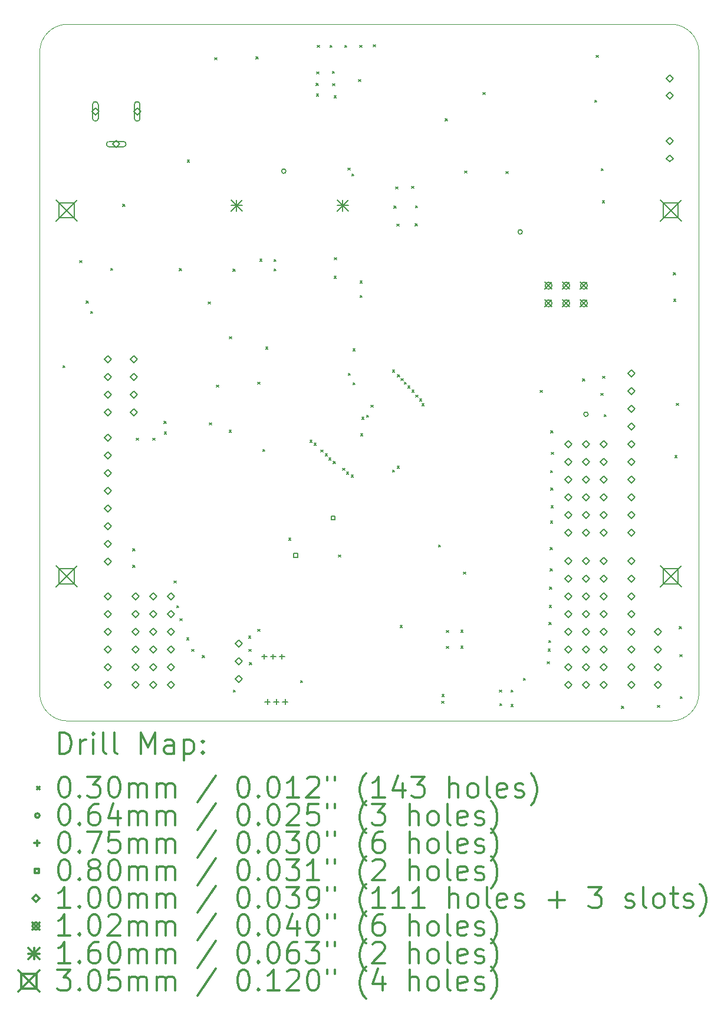
<source format=gbr>
%FSLAX45Y45*%
G04 Gerber Fmt 4.5, Leading zero omitted, Abs format (unit mm)*
G04 Created by KiCad (PCBNEW (5.1.5)-3) date 2020-03-30 01:43:17*
%MOMM*%
%LPD*%
G04 APERTURE LIST*
%TA.AperFunction,Profile*%
%ADD10C,0.050000*%
%TD*%
%ADD11C,0.200000*%
%ADD12C,0.300000*%
G04 APERTURE END LIST*
D10*
X19466980Y-13600000D02*
G75*
G02X19066980Y-14000000I-400000J0D01*
G01*
X19066980Y-4000000D02*
G75*
G02X19466980Y-4400000I0J-400000D01*
G01*
X10400000Y-14000000D02*
G75*
G02X10000000Y-13600000I0J400000D01*
G01*
X10000000Y-4400000D02*
G75*
G02X10400000Y-4000000I400000J0D01*
G01*
X19466980Y-4400000D02*
X19466980Y-13600000D01*
X10400000Y-4000000D02*
X19066980Y-4000000D01*
X10000000Y-13600000D02*
X10000000Y-4400000D01*
X19066980Y-14000000D02*
X10400000Y-14000000D01*
D11*
X10332960Y-8900400D02*
X10362960Y-8930400D01*
X10362960Y-8900400D02*
X10332960Y-8930400D01*
X10576800Y-7391640D02*
X10606800Y-7421640D01*
X10606800Y-7391640D02*
X10576800Y-7421640D01*
X10670000Y-7970000D02*
X10700000Y-8000000D01*
X10700000Y-7970000D02*
X10670000Y-8000000D01*
X10730135Y-8120135D02*
X10760135Y-8150135D01*
X10760135Y-8120135D02*
X10730135Y-8150135D01*
X11018760Y-7503400D02*
X11048760Y-7533400D01*
X11048760Y-7503400D02*
X11018760Y-7533400D01*
X11191480Y-6583920D02*
X11221480Y-6613920D01*
X11221480Y-6583920D02*
X11191480Y-6613920D01*
X11338800Y-11526760D02*
X11368800Y-11556760D01*
X11368800Y-11526760D02*
X11338800Y-11556760D01*
X11338800Y-11765520D02*
X11368800Y-11795520D01*
X11368800Y-11765520D02*
X11338800Y-11795520D01*
X11389600Y-9941800D02*
X11419600Y-9971800D01*
X11419600Y-9941800D02*
X11389600Y-9971800D01*
X11623280Y-9941800D02*
X11653280Y-9971800D01*
X11653280Y-9941800D02*
X11623280Y-9971800D01*
X11785840Y-9697960D02*
X11815840Y-9727960D01*
X11815840Y-9697960D02*
X11785840Y-9727960D01*
X11790920Y-9850360D02*
X11820920Y-9880360D01*
X11820920Y-9850360D02*
X11790920Y-9880360D01*
X11927500Y-11987500D02*
X11957500Y-12017500D01*
X11957500Y-11987500D02*
X11927500Y-12017500D01*
X11967500Y-12345000D02*
X11997500Y-12375000D01*
X11997500Y-12345000D02*
X11967500Y-12375000D01*
X12005000Y-7505000D02*
X12035000Y-7535000D01*
X12035000Y-7505000D02*
X12005000Y-7535000D01*
X12015000Y-12532500D02*
X12045000Y-12562500D01*
X12045000Y-12532500D02*
X12015000Y-12562500D01*
X12110000Y-12805000D02*
X12140000Y-12835000D01*
X12140000Y-12805000D02*
X12110000Y-12835000D01*
X12121120Y-5948920D02*
X12151120Y-5978920D01*
X12151120Y-5948920D02*
X12121120Y-5978920D01*
X12185000Y-12972500D02*
X12215000Y-13002500D01*
X12215000Y-12972500D02*
X12185000Y-13002500D01*
X12337500Y-13060000D02*
X12367500Y-13090000D01*
X12367500Y-13060000D02*
X12337500Y-13090000D01*
X12422500Y-7985000D02*
X12452500Y-8015000D01*
X12452500Y-7985000D02*
X12422500Y-8015000D01*
X12436080Y-9718280D02*
X12466080Y-9748280D01*
X12466080Y-9718280D02*
X12436080Y-9748280D01*
X12512280Y-4480800D02*
X12542280Y-4510800D01*
X12542280Y-4480800D02*
X12512280Y-4510800D01*
X12540000Y-9177500D02*
X12570000Y-9207500D01*
X12570000Y-9177500D02*
X12540000Y-9207500D01*
X12720560Y-9824960D02*
X12750560Y-9854960D01*
X12750560Y-9824960D02*
X12720560Y-9854960D01*
X12725640Y-8483840D02*
X12755640Y-8513840D01*
X12755640Y-8483840D02*
X12725640Y-8513840D01*
X12776440Y-7513560D02*
X12806440Y-7543560D01*
X12806440Y-7513560D02*
X12776440Y-7543560D01*
X12780000Y-13555000D02*
X12810000Y-13585000D01*
X12810000Y-13555000D02*
X12780000Y-13585000D01*
X13002500Y-12780000D02*
X13032500Y-12810000D01*
X13032500Y-12780000D02*
X13002500Y-12810000D01*
X13005000Y-12972500D02*
X13035000Y-13002500D01*
X13035000Y-12972500D02*
X13005000Y-13002500D01*
X13012500Y-13162500D02*
X13042500Y-13192500D01*
X13042500Y-13162500D02*
X13012500Y-13192500D01*
X13106640Y-4465560D02*
X13136640Y-4495560D01*
X13136640Y-4465560D02*
X13106640Y-4495560D01*
X13132040Y-9134080D02*
X13162040Y-9164080D01*
X13162040Y-9134080D02*
X13132040Y-9164080D01*
X13132500Y-12682500D02*
X13162500Y-12712500D01*
X13162500Y-12682500D02*
X13132500Y-12712500D01*
X13162520Y-7371320D02*
X13192520Y-7401320D01*
X13192520Y-7371320D02*
X13162520Y-7401320D01*
X13205000Y-10100000D02*
X13235000Y-10130000D01*
X13235000Y-10100000D02*
X13205000Y-10130000D01*
X13245000Y-8630000D02*
X13275000Y-8660000D01*
X13275000Y-8630000D02*
X13245000Y-8660000D01*
X13365720Y-7376400D02*
X13395720Y-7406400D01*
X13395720Y-7376400D02*
X13365720Y-7406400D01*
X13365720Y-7508480D02*
X13395720Y-7538480D01*
X13395720Y-7508480D02*
X13365720Y-7538480D01*
X13575000Y-11375000D02*
X13605000Y-11405000D01*
X13605000Y-11375000D02*
X13575000Y-11405000D01*
X13745000Y-13420000D02*
X13775000Y-13450000D01*
X13775000Y-13420000D02*
X13745000Y-13450000D01*
X13881840Y-9968880D02*
X13911840Y-9998880D01*
X13911840Y-9968880D02*
X13881840Y-9998880D01*
X13940000Y-10012500D02*
X13970000Y-10042500D01*
X13970000Y-10012500D02*
X13940000Y-10042500D01*
X13970240Y-4846560D02*
X14000240Y-4876560D01*
X14000240Y-4846560D02*
X13970240Y-4876560D01*
X13975320Y-4998960D02*
X14005320Y-5028960D01*
X14005320Y-4998960D02*
X13975320Y-5028960D01*
X13980400Y-4684000D02*
X14010400Y-4714000D01*
X14010400Y-4684000D02*
X13980400Y-4714000D01*
X13985480Y-4303000D02*
X14015480Y-4333000D01*
X14015480Y-4303000D02*
X13985480Y-4333000D01*
X14037500Y-10107500D02*
X14067500Y-10137500D01*
X14067500Y-10107500D02*
X14037500Y-10137500D01*
X14100000Y-10165000D02*
X14130000Y-10195000D01*
X14130000Y-10165000D02*
X14100000Y-10195000D01*
X14152500Y-10222500D02*
X14182500Y-10252500D01*
X14182500Y-10222500D02*
X14152500Y-10252500D01*
X14168360Y-4303000D02*
X14198360Y-4333000D01*
X14198360Y-4303000D02*
X14168360Y-4333000D01*
X14203920Y-4673840D02*
X14233920Y-4703840D01*
X14233920Y-4673840D02*
X14203920Y-4703840D01*
X14209000Y-4851640D02*
X14239000Y-4881640D01*
X14239000Y-4851640D02*
X14209000Y-4881640D01*
X14217500Y-10272500D02*
X14247500Y-10302500D01*
X14247500Y-10272500D02*
X14217500Y-10302500D01*
X14227500Y-7617500D02*
X14257500Y-7647500D01*
X14257500Y-7617500D02*
X14227500Y-7647500D01*
X14229320Y-5024360D02*
X14259320Y-5054360D01*
X14259320Y-5024360D02*
X14229320Y-5054360D01*
X14234400Y-7351000D02*
X14264400Y-7381000D01*
X14264400Y-7351000D02*
X14234400Y-7381000D01*
X14290000Y-11615000D02*
X14320000Y-11645000D01*
X14320000Y-11615000D02*
X14290000Y-11645000D01*
X14352922Y-10372570D02*
X14382922Y-10402570D01*
X14382922Y-10372570D02*
X14352922Y-10402570D01*
X14381720Y-4303000D02*
X14411720Y-4333000D01*
X14411720Y-4303000D02*
X14381720Y-4333000D01*
X14407500Y-10427500D02*
X14437500Y-10457500D01*
X14437500Y-10427500D02*
X14407500Y-10457500D01*
X14427440Y-6060680D02*
X14457440Y-6090680D01*
X14457440Y-6060680D02*
X14427440Y-6090680D01*
X14430000Y-9010000D02*
X14460000Y-9040000D01*
X14460000Y-9010000D02*
X14430000Y-9040000D01*
X14472500Y-10470000D02*
X14502500Y-10500000D01*
X14502500Y-10470000D02*
X14472500Y-10500000D01*
X14483320Y-6147040D02*
X14513320Y-6177040D01*
X14513320Y-6147040D02*
X14483320Y-6177040D01*
X14498249Y-8657500D02*
X14528249Y-8687500D01*
X14528249Y-8657500D02*
X14498249Y-8687500D01*
X14498249Y-9145000D02*
X14528249Y-9175000D01*
X14528249Y-9145000D02*
X14498249Y-9175000D01*
X14579840Y-4790680D02*
X14609840Y-4820680D01*
X14609840Y-4790680D02*
X14579840Y-4820680D01*
X14595080Y-4303000D02*
X14625080Y-4333000D01*
X14625080Y-4303000D02*
X14595080Y-4333000D01*
X14600000Y-7892500D02*
X14630000Y-7922500D01*
X14630000Y-7892500D02*
X14600000Y-7922500D01*
X14600000Y-7682500D02*
X14630000Y-7712500D01*
X14630000Y-7682500D02*
X14600000Y-7712500D01*
X14610000Y-9877500D02*
X14640000Y-9907500D01*
X14640000Y-9877500D02*
X14610000Y-9907500D01*
X14626740Y-9641002D02*
X14656740Y-9671002D01*
X14656740Y-9641002D02*
X14626740Y-9671002D01*
X14692500Y-9610000D02*
X14722500Y-9640000D01*
X14722500Y-9610000D02*
X14692500Y-9640000D01*
X14757500Y-9465000D02*
X14787500Y-9495000D01*
X14787500Y-9465000D02*
X14757500Y-9495000D01*
X14793200Y-4292840D02*
X14823200Y-4322840D01*
X14823200Y-4292840D02*
X14793200Y-4322840D01*
X15065000Y-8962500D02*
X15095000Y-8992500D01*
X15095000Y-8962500D02*
X15065000Y-8992500D01*
X15065000Y-10397500D02*
X15095000Y-10427500D01*
X15095000Y-10397500D02*
X15065000Y-10427500D01*
X15087840Y-6609320D02*
X15117840Y-6639320D01*
X15117840Y-6609320D02*
X15087840Y-6639320D01*
X15113240Y-6335000D02*
X15143240Y-6365000D01*
X15143240Y-6335000D02*
X15113240Y-6365000D01*
X15128480Y-6868400D02*
X15158480Y-6898400D01*
X15158480Y-6868400D02*
X15128480Y-6898400D01*
X15132500Y-10340000D02*
X15162500Y-10370000D01*
X15162500Y-10340000D02*
X15132500Y-10370000D01*
X15137500Y-9027500D02*
X15167500Y-9057500D01*
X15167500Y-9027500D02*
X15137500Y-9057500D01*
X15175000Y-12627500D02*
X15205000Y-12657500D01*
X15205000Y-12627500D02*
X15175000Y-12657500D01*
X15188847Y-9083442D02*
X15218847Y-9113442D01*
X15218847Y-9083442D02*
X15188847Y-9113442D01*
X15237482Y-9137479D02*
X15267482Y-9167479D01*
X15267482Y-9137479D02*
X15237482Y-9167479D01*
X15285000Y-9192500D02*
X15315000Y-9222500D01*
X15315000Y-9192500D02*
X15285000Y-9222500D01*
X15341840Y-6324840D02*
X15371840Y-6354840D01*
X15371840Y-6324840D02*
X15341840Y-6354840D01*
X15347500Y-9250000D02*
X15377500Y-9280000D01*
X15377500Y-9250000D02*
X15347500Y-9280000D01*
X15392640Y-6863320D02*
X15422640Y-6893320D01*
X15422640Y-6863320D02*
X15392640Y-6893320D01*
X15397720Y-6604240D02*
X15427720Y-6634240D01*
X15427720Y-6604240D02*
X15397720Y-6634240D01*
X15402500Y-9320000D02*
X15432500Y-9350000D01*
X15432500Y-9320000D02*
X15402500Y-9350000D01*
X15456864Y-9377789D02*
X15486864Y-9407789D01*
X15486864Y-9377789D02*
X15456864Y-9407789D01*
X15490000Y-9445000D02*
X15520000Y-9475000D01*
X15520000Y-9445000D02*
X15490000Y-9475000D01*
X15727920Y-11470880D02*
X15757920Y-11500880D01*
X15757920Y-11470880D02*
X15727920Y-11500880D01*
X15773640Y-13716240D02*
X15803640Y-13746240D01*
X15803640Y-13716240D02*
X15773640Y-13746240D01*
X15778720Y-13619720D02*
X15808720Y-13649720D01*
X15808720Y-13619720D02*
X15778720Y-13649720D01*
X15824440Y-5354560D02*
X15854440Y-5384560D01*
X15854440Y-5354560D02*
X15824440Y-5384560D01*
X15839680Y-12700240D02*
X15869680Y-12730240D01*
X15869680Y-12700240D02*
X15839680Y-12730240D01*
X15839680Y-12928840D02*
X15869680Y-12958840D01*
X15869680Y-12928840D02*
X15839680Y-12958840D01*
X16047960Y-12695160D02*
X16077960Y-12725160D01*
X16077960Y-12695160D02*
X16047960Y-12725160D01*
X16047960Y-12923760D02*
X16077960Y-12953760D01*
X16077960Y-12923760D02*
X16047960Y-12953760D01*
X16088600Y-11862040D02*
X16118600Y-11892040D01*
X16118600Y-11862040D02*
X16088600Y-11892040D01*
X16103840Y-6106400D02*
X16133840Y-6136400D01*
X16133840Y-6106400D02*
X16103840Y-6136400D01*
X16368000Y-4978640D02*
X16398000Y-5008640D01*
X16398000Y-4978640D02*
X16368000Y-5008640D01*
X16601680Y-13553680D02*
X16631680Y-13583680D01*
X16631680Y-13553680D02*
X16601680Y-13583680D01*
X16606760Y-13751800D02*
X16636760Y-13781800D01*
X16636760Y-13751800D02*
X16606760Y-13781800D01*
X16698200Y-6111480D02*
X16728200Y-6141480D01*
X16728200Y-6111480D02*
X16698200Y-6141480D01*
X16769320Y-13553680D02*
X16799320Y-13583680D01*
X16799320Y-13553680D02*
X16769320Y-13583680D01*
X16769320Y-13761960D02*
X16799320Y-13791960D01*
X16799320Y-13761960D02*
X16769320Y-13791960D01*
X16947120Y-13386040D02*
X16977120Y-13416040D01*
X16977120Y-13386040D02*
X16947120Y-13416040D01*
X17185880Y-9256000D02*
X17215880Y-9286000D01*
X17215880Y-9256000D02*
X17185880Y-9286000D01*
X17290000Y-13147500D02*
X17320000Y-13177500D01*
X17320000Y-13147500D02*
X17290000Y-13177500D01*
X17300000Y-12967500D02*
X17330000Y-12997500D01*
X17330000Y-12967500D02*
X17300000Y-12997500D01*
X17310000Y-12845000D02*
X17340000Y-12875000D01*
X17340000Y-12845000D02*
X17310000Y-12875000D01*
X17315000Y-12587500D02*
X17345000Y-12617500D01*
X17345000Y-12587500D02*
X17315000Y-12617500D01*
X17317500Y-12340000D02*
X17347500Y-12370000D01*
X17347500Y-12340000D02*
X17317500Y-12370000D01*
X17325000Y-12077500D02*
X17355000Y-12107500D01*
X17355000Y-12077500D02*
X17325000Y-12107500D01*
X17330000Y-11817500D02*
X17360000Y-11847500D01*
X17360000Y-11817500D02*
X17330000Y-11847500D01*
X17332500Y-11510000D02*
X17362500Y-11540000D01*
X17362500Y-11510000D02*
X17332500Y-11540000D01*
X17335000Y-10407500D02*
X17365000Y-10437500D01*
X17365000Y-10407500D02*
X17335000Y-10437500D01*
X17335000Y-11127500D02*
X17365000Y-11157500D01*
X17365000Y-11127500D02*
X17335000Y-11157500D01*
X17337500Y-10657500D02*
X17367500Y-10687500D01*
X17367500Y-10657500D02*
X17337500Y-10687500D01*
X17340000Y-9832500D02*
X17370000Y-9862500D01*
X17370000Y-9832500D02*
X17340000Y-9862500D01*
X17342500Y-10910000D02*
X17372500Y-10940000D01*
X17372500Y-10910000D02*
X17342500Y-10940000D01*
X17347500Y-10142500D02*
X17377500Y-10172500D01*
X17377500Y-10142500D02*
X17347500Y-10172500D01*
X17795480Y-9088360D02*
X17825480Y-9118360D01*
X17825480Y-9088360D02*
X17795480Y-9118360D01*
X17970000Y-5090000D02*
X18000000Y-5120000D01*
X18000000Y-5090000D02*
X17970000Y-5120000D01*
X17990000Y-4445000D02*
X18020000Y-4475000D01*
X18020000Y-4445000D02*
X17990000Y-4475000D01*
X18059640Y-9296640D02*
X18089640Y-9326640D01*
X18089640Y-9296640D02*
X18059640Y-9326640D01*
X18064720Y-6070840D02*
X18094720Y-6100840D01*
X18094720Y-6070840D02*
X18064720Y-6100840D01*
X18079960Y-6533120D02*
X18109960Y-6563120D01*
X18109960Y-6533120D02*
X18079960Y-6563120D01*
X18085040Y-9052800D02*
X18115040Y-9082800D01*
X18115040Y-9052800D02*
X18085040Y-9082800D01*
X18105360Y-9601440D02*
X18135360Y-9631440D01*
X18135360Y-9601440D02*
X18105360Y-9631440D01*
X18354280Y-13787360D02*
X18384280Y-13817360D01*
X18384280Y-13787360D02*
X18354280Y-13817360D01*
X18872440Y-13777200D02*
X18902440Y-13807200D01*
X18902440Y-13777200D02*
X18872440Y-13807200D01*
X19101040Y-7564360D02*
X19131040Y-7594360D01*
X19131040Y-7564360D02*
X19101040Y-7594360D01*
X19106120Y-7945360D02*
X19136120Y-7975360D01*
X19136120Y-7945360D02*
X19106120Y-7975360D01*
X19121360Y-10190720D02*
X19151360Y-10220720D01*
X19151360Y-10190720D02*
X19121360Y-10220720D01*
X19141680Y-9438880D02*
X19171680Y-9468880D01*
X19171680Y-9438880D02*
X19141680Y-9468880D01*
X19187400Y-12644360D02*
X19217400Y-12674360D01*
X19217400Y-12644360D02*
X19187400Y-12674360D01*
X19192480Y-13045680D02*
X19222480Y-13075680D01*
X19222480Y-13045680D02*
X19192480Y-13075680D01*
X19197560Y-13650200D02*
X19227560Y-13680200D01*
X19227560Y-13650200D02*
X19197560Y-13680200D01*
X13536750Y-6107500D02*
G75*
G03X13536750Y-6107500I-31750J0D01*
G01*
X16931750Y-6980000D02*
G75*
G03X16931750Y-6980000I-31750J0D01*
G01*
X17876750Y-9597500D02*
G75*
G03X17876750Y-9597500I-31750J0D01*
G01*
X13225000Y-13037500D02*
X13225000Y-13112500D01*
X13187500Y-13075000D02*
X13262500Y-13075000D01*
X13352000Y-13037500D02*
X13352000Y-13112500D01*
X13314500Y-13075000D02*
X13389500Y-13075000D01*
X13479000Y-13037500D02*
X13479000Y-13112500D01*
X13441500Y-13075000D02*
X13516500Y-13075000D01*
X13271000Y-13687500D02*
X13271000Y-13762500D01*
X13233500Y-13725000D02*
X13308500Y-13725000D01*
X13398000Y-13687500D02*
X13398000Y-13762500D01*
X13360500Y-13725000D02*
X13435500Y-13725000D01*
X13525000Y-13687500D02*
X13525000Y-13762500D01*
X13487500Y-13725000D02*
X13562500Y-13725000D01*
X13703284Y-11653284D02*
X13703284Y-11596715D01*
X13646715Y-11596715D01*
X13646715Y-11653284D01*
X13703284Y-11653284D01*
X14242100Y-11114469D02*
X14242100Y-11057900D01*
X14185531Y-11057900D01*
X14185531Y-11114469D01*
X14242100Y-11114469D01*
X17846000Y-10080000D02*
X17896000Y-10030000D01*
X17846000Y-9980000D01*
X17796000Y-10030000D01*
X17846000Y-10080000D01*
X17846000Y-10334000D02*
X17896000Y-10284000D01*
X17846000Y-10234000D01*
X17796000Y-10284000D01*
X17846000Y-10334000D01*
X17846000Y-10588000D02*
X17896000Y-10538000D01*
X17846000Y-10488000D01*
X17796000Y-10538000D01*
X17846000Y-10588000D01*
X17846000Y-10842000D02*
X17896000Y-10792000D01*
X17846000Y-10742000D01*
X17796000Y-10792000D01*
X17846000Y-10842000D01*
X17846000Y-11096000D02*
X17896000Y-11046000D01*
X17846000Y-10996000D01*
X17796000Y-11046000D01*
X17846000Y-11096000D01*
X17846000Y-11350000D02*
X17896000Y-11300000D01*
X17846000Y-11250000D01*
X17796000Y-11300000D01*
X17846000Y-11350000D01*
X11888000Y-12264000D02*
X11938000Y-12214000D01*
X11888000Y-12164000D01*
X11838000Y-12214000D01*
X11888000Y-12264000D01*
X11888000Y-12518000D02*
X11938000Y-12468000D01*
X11888000Y-12418000D01*
X11838000Y-12468000D01*
X11888000Y-12518000D01*
X11888000Y-12772000D02*
X11938000Y-12722000D01*
X11888000Y-12672000D01*
X11838000Y-12722000D01*
X11888000Y-12772000D01*
X11888000Y-13026000D02*
X11938000Y-12976000D01*
X11888000Y-12926000D01*
X11838000Y-12976000D01*
X11888000Y-13026000D01*
X11888000Y-13280000D02*
X11938000Y-13230000D01*
X11888000Y-13180000D01*
X11838000Y-13230000D01*
X11888000Y-13280000D01*
X11888000Y-13534000D02*
X11938000Y-13484000D01*
X11888000Y-13434000D01*
X11838000Y-13484000D01*
X11888000Y-13534000D01*
X18100000Y-10080000D02*
X18150000Y-10030000D01*
X18100000Y-9980000D01*
X18050000Y-10030000D01*
X18100000Y-10080000D01*
X18100000Y-10334000D02*
X18150000Y-10284000D01*
X18100000Y-10234000D01*
X18050000Y-10284000D01*
X18100000Y-10334000D01*
X18100000Y-10588000D02*
X18150000Y-10538000D01*
X18100000Y-10488000D01*
X18050000Y-10538000D01*
X18100000Y-10588000D01*
X18100000Y-10842000D02*
X18150000Y-10792000D01*
X18100000Y-10742000D01*
X18050000Y-10792000D01*
X18100000Y-10842000D01*
X18100000Y-11096000D02*
X18150000Y-11046000D01*
X18100000Y-10996000D01*
X18050000Y-11046000D01*
X18100000Y-11096000D01*
X18100000Y-11350000D02*
X18150000Y-11300000D01*
X18100000Y-11250000D01*
X18050000Y-11300000D01*
X18100000Y-11350000D01*
X11634000Y-12264000D02*
X11684000Y-12214000D01*
X11634000Y-12164000D01*
X11584000Y-12214000D01*
X11634000Y-12264000D01*
X11634000Y-12518000D02*
X11684000Y-12468000D01*
X11634000Y-12418000D01*
X11584000Y-12468000D01*
X11634000Y-12518000D01*
X11634000Y-12772000D02*
X11684000Y-12722000D01*
X11634000Y-12672000D01*
X11584000Y-12722000D01*
X11634000Y-12772000D01*
X11634000Y-13026000D02*
X11684000Y-12976000D01*
X11634000Y-12926000D01*
X11584000Y-12976000D01*
X11634000Y-13026000D01*
X11634000Y-13280000D02*
X11684000Y-13230000D01*
X11634000Y-13180000D01*
X11584000Y-13230000D01*
X11634000Y-13280000D01*
X11634000Y-13534000D02*
X11684000Y-13484000D01*
X11634000Y-13434000D01*
X11584000Y-13484000D01*
X11634000Y-13534000D01*
X18880000Y-12771000D02*
X18930000Y-12721000D01*
X18880000Y-12671000D01*
X18830000Y-12721000D01*
X18880000Y-12771000D01*
X18880000Y-13025000D02*
X18930000Y-12975000D01*
X18880000Y-12925000D01*
X18830000Y-12975000D01*
X18880000Y-13025000D01*
X18880000Y-13279000D02*
X18930000Y-13229000D01*
X18880000Y-13179000D01*
X18830000Y-13229000D01*
X18880000Y-13279000D01*
X18880000Y-13533000D02*
X18930000Y-13483000D01*
X18880000Y-13433000D01*
X18830000Y-13483000D01*
X18880000Y-13533000D01*
X19050000Y-5725000D02*
X19100000Y-5675000D01*
X19050000Y-5625000D01*
X19000000Y-5675000D01*
X19050000Y-5725000D01*
X19050000Y-5975000D02*
X19100000Y-5925000D01*
X19050000Y-5875000D01*
X19000000Y-5925000D01*
X19050000Y-5975000D01*
X12857500Y-12937000D02*
X12907500Y-12887000D01*
X12857500Y-12837000D01*
X12807500Y-12887000D01*
X12857500Y-12937000D01*
X12857500Y-13191000D02*
X12907500Y-13141000D01*
X12857500Y-13091000D01*
X12807500Y-13141000D01*
X12857500Y-13191000D01*
X12857500Y-13445000D02*
X12907500Y-13395000D01*
X12857500Y-13345000D01*
X12807500Y-13395000D01*
X12857500Y-13445000D01*
X11350000Y-8855000D02*
X11400000Y-8805000D01*
X11350000Y-8755000D01*
X11300000Y-8805000D01*
X11350000Y-8855000D01*
X11350000Y-9109000D02*
X11400000Y-9059000D01*
X11350000Y-9009000D01*
X11300000Y-9059000D01*
X11350000Y-9109000D01*
X11350000Y-9363000D02*
X11400000Y-9313000D01*
X11350000Y-9263000D01*
X11300000Y-9313000D01*
X11350000Y-9363000D01*
X11350000Y-9617000D02*
X11400000Y-9567000D01*
X11350000Y-9517000D01*
X11300000Y-9567000D01*
X11350000Y-9617000D01*
X17592000Y-10080000D02*
X17642000Y-10030000D01*
X17592000Y-9980000D01*
X17542000Y-10030000D01*
X17592000Y-10080000D01*
X17592000Y-10334000D02*
X17642000Y-10284000D01*
X17592000Y-10234000D01*
X17542000Y-10284000D01*
X17592000Y-10334000D01*
X17592000Y-10588000D02*
X17642000Y-10538000D01*
X17592000Y-10488000D01*
X17542000Y-10538000D01*
X17592000Y-10588000D01*
X17592000Y-10842000D02*
X17642000Y-10792000D01*
X17592000Y-10742000D01*
X17542000Y-10792000D01*
X17592000Y-10842000D01*
X17592000Y-11096000D02*
X17642000Y-11046000D01*
X17592000Y-10996000D01*
X17542000Y-11046000D01*
X17592000Y-11096000D01*
X17592000Y-11350000D02*
X17642000Y-11300000D01*
X17592000Y-11250000D01*
X17542000Y-11300000D01*
X17592000Y-11350000D01*
X18500000Y-9064000D02*
X18550000Y-9014000D01*
X18500000Y-8964000D01*
X18450000Y-9014000D01*
X18500000Y-9064000D01*
X18500000Y-9318000D02*
X18550000Y-9268000D01*
X18500000Y-9218000D01*
X18450000Y-9268000D01*
X18500000Y-9318000D01*
X18500000Y-9572000D02*
X18550000Y-9522000D01*
X18500000Y-9472000D01*
X18450000Y-9522000D01*
X18500000Y-9572000D01*
X18500000Y-9826000D02*
X18550000Y-9776000D01*
X18500000Y-9726000D01*
X18450000Y-9776000D01*
X18500000Y-9826000D01*
X18500000Y-10080000D02*
X18550000Y-10030000D01*
X18500000Y-9980000D01*
X18450000Y-10030000D01*
X18500000Y-10080000D01*
X18500000Y-10334000D02*
X18550000Y-10284000D01*
X18500000Y-10234000D01*
X18450000Y-10284000D01*
X18500000Y-10334000D01*
X18500000Y-10588000D02*
X18550000Y-10538000D01*
X18500000Y-10488000D01*
X18450000Y-10538000D01*
X18500000Y-10588000D01*
X18500000Y-10842000D02*
X18550000Y-10792000D01*
X18500000Y-10742000D01*
X18450000Y-10792000D01*
X18500000Y-10842000D01*
X18500000Y-11096000D02*
X18550000Y-11046000D01*
X18500000Y-10996000D01*
X18450000Y-11046000D01*
X18500000Y-11096000D01*
X18500000Y-11350000D02*
X18550000Y-11300000D01*
X18500000Y-11250000D01*
X18450000Y-11300000D01*
X18500000Y-11350000D01*
X18100000Y-11756000D02*
X18150000Y-11706000D01*
X18100000Y-11656000D01*
X18050000Y-11706000D01*
X18100000Y-11756000D01*
X18100000Y-12010000D02*
X18150000Y-11960000D01*
X18100000Y-11910000D01*
X18050000Y-11960000D01*
X18100000Y-12010000D01*
X18100000Y-12264000D02*
X18150000Y-12214000D01*
X18100000Y-12164000D01*
X18050000Y-12214000D01*
X18100000Y-12264000D01*
X18100000Y-12518000D02*
X18150000Y-12468000D01*
X18100000Y-12418000D01*
X18050000Y-12468000D01*
X18100000Y-12518000D01*
X18100000Y-12772000D02*
X18150000Y-12722000D01*
X18100000Y-12672000D01*
X18050000Y-12722000D01*
X18100000Y-12772000D01*
X18100000Y-13026000D02*
X18150000Y-12976000D01*
X18100000Y-12926000D01*
X18050000Y-12976000D01*
X18100000Y-13026000D01*
X18100000Y-13280000D02*
X18150000Y-13230000D01*
X18100000Y-13180000D01*
X18050000Y-13230000D01*
X18100000Y-13280000D01*
X18100000Y-13534000D02*
X18150000Y-13484000D01*
X18100000Y-13434000D01*
X18050000Y-13484000D01*
X18100000Y-13534000D01*
X10980000Y-12264000D02*
X11030000Y-12214000D01*
X10980000Y-12164000D01*
X10930000Y-12214000D01*
X10980000Y-12264000D01*
X10980000Y-12518000D02*
X11030000Y-12468000D01*
X10980000Y-12418000D01*
X10930000Y-12468000D01*
X10980000Y-12518000D01*
X10980000Y-12772000D02*
X11030000Y-12722000D01*
X10980000Y-12672000D01*
X10930000Y-12722000D01*
X10980000Y-12772000D01*
X10980000Y-13026000D02*
X11030000Y-12976000D01*
X10980000Y-12926000D01*
X10930000Y-12976000D01*
X10980000Y-13026000D01*
X10980000Y-13280000D02*
X11030000Y-13230000D01*
X10980000Y-13180000D01*
X10930000Y-13230000D01*
X10980000Y-13280000D01*
X10980000Y-13534000D02*
X11030000Y-13484000D01*
X10980000Y-13434000D01*
X10930000Y-13484000D01*
X10980000Y-13534000D01*
X19050000Y-4825000D02*
X19100000Y-4775000D01*
X19050000Y-4725000D01*
X19000000Y-4775000D01*
X19050000Y-4825000D01*
X19050000Y-5075000D02*
X19100000Y-5025000D01*
X19050000Y-4975000D01*
X19000000Y-5025000D01*
X19050000Y-5075000D01*
X11380000Y-12264000D02*
X11430000Y-12214000D01*
X11380000Y-12164000D01*
X11330000Y-12214000D01*
X11380000Y-12264000D01*
X11380000Y-12518000D02*
X11430000Y-12468000D01*
X11380000Y-12418000D01*
X11330000Y-12468000D01*
X11380000Y-12518000D01*
X11380000Y-12772000D02*
X11430000Y-12722000D01*
X11380000Y-12672000D01*
X11330000Y-12722000D01*
X11380000Y-12772000D01*
X11380000Y-13026000D02*
X11430000Y-12976000D01*
X11380000Y-12926000D01*
X11330000Y-12976000D01*
X11380000Y-13026000D01*
X11380000Y-13280000D02*
X11430000Y-13230000D01*
X11380000Y-13180000D01*
X11330000Y-13230000D01*
X11380000Y-13280000D01*
X11380000Y-13534000D02*
X11430000Y-13484000D01*
X11380000Y-13434000D01*
X11330000Y-13484000D01*
X11380000Y-13534000D01*
X17592000Y-11756000D02*
X17642000Y-11706000D01*
X17592000Y-11656000D01*
X17542000Y-11706000D01*
X17592000Y-11756000D01*
X17592000Y-12010000D02*
X17642000Y-11960000D01*
X17592000Y-11910000D01*
X17542000Y-11960000D01*
X17592000Y-12010000D01*
X17592000Y-12264000D02*
X17642000Y-12214000D01*
X17592000Y-12164000D01*
X17542000Y-12214000D01*
X17592000Y-12264000D01*
X17592000Y-12518000D02*
X17642000Y-12468000D01*
X17592000Y-12418000D01*
X17542000Y-12468000D01*
X17592000Y-12518000D01*
X17592000Y-12772000D02*
X17642000Y-12722000D01*
X17592000Y-12672000D01*
X17542000Y-12722000D01*
X17592000Y-12772000D01*
X17592000Y-13026000D02*
X17642000Y-12976000D01*
X17592000Y-12926000D01*
X17542000Y-12976000D01*
X17592000Y-13026000D01*
X17592000Y-13280000D02*
X17642000Y-13230000D01*
X17592000Y-13180000D01*
X17542000Y-13230000D01*
X17592000Y-13280000D01*
X17592000Y-13534000D02*
X17642000Y-13484000D01*
X17592000Y-13434000D01*
X17542000Y-13484000D01*
X17592000Y-13534000D01*
X17846000Y-11756000D02*
X17896000Y-11706000D01*
X17846000Y-11656000D01*
X17796000Y-11706000D01*
X17846000Y-11756000D01*
X17846000Y-12010000D02*
X17896000Y-11960000D01*
X17846000Y-11910000D01*
X17796000Y-11960000D01*
X17846000Y-12010000D01*
X17846000Y-12264000D02*
X17896000Y-12214000D01*
X17846000Y-12164000D01*
X17796000Y-12214000D01*
X17846000Y-12264000D01*
X17846000Y-12518000D02*
X17896000Y-12468000D01*
X17846000Y-12418000D01*
X17796000Y-12468000D01*
X17846000Y-12518000D01*
X17846000Y-12772000D02*
X17896000Y-12722000D01*
X17846000Y-12672000D01*
X17796000Y-12722000D01*
X17846000Y-12772000D01*
X17846000Y-13026000D02*
X17896000Y-12976000D01*
X17846000Y-12926000D01*
X17796000Y-12976000D01*
X17846000Y-13026000D01*
X17846000Y-13280000D02*
X17896000Y-13230000D01*
X17846000Y-13180000D01*
X17796000Y-13230000D01*
X17846000Y-13280000D01*
X17846000Y-13534000D02*
X17896000Y-13484000D01*
X17846000Y-13434000D01*
X17796000Y-13484000D01*
X17846000Y-13534000D01*
X10980000Y-9984000D02*
X11030000Y-9934000D01*
X10980000Y-9884000D01*
X10930000Y-9934000D01*
X10980000Y-9984000D01*
X10980000Y-10238000D02*
X11030000Y-10188000D01*
X10980000Y-10138000D01*
X10930000Y-10188000D01*
X10980000Y-10238000D01*
X10980000Y-10492000D02*
X11030000Y-10442000D01*
X10980000Y-10392000D01*
X10930000Y-10442000D01*
X10980000Y-10492000D01*
X10980000Y-10746000D02*
X11030000Y-10696000D01*
X10980000Y-10646000D01*
X10930000Y-10696000D01*
X10980000Y-10746000D01*
X10980000Y-11000000D02*
X11030000Y-10950000D01*
X10980000Y-10900000D01*
X10930000Y-10950000D01*
X10980000Y-11000000D01*
X10980000Y-11254000D02*
X11030000Y-11204000D01*
X10980000Y-11154000D01*
X10930000Y-11204000D01*
X10980000Y-11254000D01*
X10980000Y-11508000D02*
X11030000Y-11458000D01*
X10980000Y-11408000D01*
X10930000Y-11458000D01*
X10980000Y-11508000D01*
X10980000Y-11762000D02*
X11030000Y-11712000D01*
X10980000Y-11662000D01*
X10930000Y-11712000D01*
X10980000Y-11762000D01*
X10800000Y-5300000D02*
X10850000Y-5250000D01*
X10800000Y-5200000D01*
X10750000Y-5250000D01*
X10800000Y-5300000D01*
X10760000Y-5150000D02*
X10760000Y-5350000D01*
X10840000Y-5150000D02*
X10840000Y-5350000D01*
X10760000Y-5350000D02*
G75*
G03X10840000Y-5350000I40000J0D01*
G01*
X10840000Y-5150000D02*
G75*
G03X10760000Y-5150000I-40000J0D01*
G01*
X11100000Y-5770000D02*
X11150000Y-5720000D01*
X11100000Y-5670000D01*
X11050000Y-5720000D01*
X11100000Y-5770000D01*
X11000000Y-5760000D02*
X11200000Y-5760000D01*
X11000000Y-5680000D02*
X11200000Y-5680000D01*
X11200000Y-5760000D02*
G75*
G03X11200000Y-5680000I0J40000D01*
G01*
X11000000Y-5680000D02*
G75*
G03X11000000Y-5760000I0J-40000D01*
G01*
X11400000Y-5300000D02*
X11450000Y-5250000D01*
X11400000Y-5200000D01*
X11350000Y-5250000D01*
X11400000Y-5300000D01*
X11360000Y-5150000D02*
X11360000Y-5350000D01*
X11440000Y-5150000D02*
X11440000Y-5350000D01*
X11360000Y-5350000D02*
G75*
G03X11440000Y-5350000I40000J0D01*
G01*
X11440000Y-5150000D02*
G75*
G03X11360000Y-5150000I-40000J0D01*
G01*
X18500000Y-11756000D02*
X18550000Y-11706000D01*
X18500000Y-11656000D01*
X18450000Y-11706000D01*
X18500000Y-11756000D01*
X18500000Y-12010000D02*
X18550000Y-11960000D01*
X18500000Y-11910000D01*
X18450000Y-11960000D01*
X18500000Y-12010000D01*
X18500000Y-12264000D02*
X18550000Y-12214000D01*
X18500000Y-12164000D01*
X18450000Y-12214000D01*
X18500000Y-12264000D01*
X18500000Y-12518000D02*
X18550000Y-12468000D01*
X18500000Y-12418000D01*
X18450000Y-12468000D01*
X18500000Y-12518000D01*
X18500000Y-12772000D02*
X18550000Y-12722000D01*
X18500000Y-12672000D01*
X18450000Y-12722000D01*
X18500000Y-12772000D01*
X18500000Y-13026000D02*
X18550000Y-12976000D01*
X18500000Y-12926000D01*
X18450000Y-12976000D01*
X18500000Y-13026000D01*
X18500000Y-13280000D02*
X18550000Y-13230000D01*
X18500000Y-13180000D01*
X18450000Y-13230000D01*
X18500000Y-13280000D01*
X18500000Y-13534000D02*
X18550000Y-13484000D01*
X18500000Y-13434000D01*
X18450000Y-13484000D01*
X18500000Y-13534000D01*
X10980000Y-8855000D02*
X11030000Y-8805000D01*
X10980000Y-8755000D01*
X10930000Y-8805000D01*
X10980000Y-8855000D01*
X10980000Y-9109000D02*
X11030000Y-9059000D01*
X10980000Y-9009000D01*
X10930000Y-9059000D01*
X10980000Y-9109000D01*
X10980000Y-9363000D02*
X11030000Y-9313000D01*
X10980000Y-9263000D01*
X10930000Y-9313000D01*
X10980000Y-9363000D01*
X10980000Y-9617000D02*
X11030000Y-9567000D01*
X10980000Y-9517000D01*
X10930000Y-9567000D01*
X10980000Y-9617000D01*
X17256700Y-7700200D02*
X17358300Y-7801800D01*
X17358300Y-7700200D02*
X17256700Y-7801800D01*
X17358300Y-7751000D02*
G75*
G03X17358300Y-7751000I-50800J0D01*
G01*
X17256700Y-7954200D02*
X17358300Y-8055800D01*
X17358300Y-7954200D02*
X17256700Y-8055800D01*
X17358300Y-8005000D02*
G75*
G03X17358300Y-8005000I-50800J0D01*
G01*
X17510700Y-7700200D02*
X17612300Y-7801800D01*
X17612300Y-7700200D02*
X17510700Y-7801800D01*
X17612300Y-7751000D02*
G75*
G03X17612300Y-7751000I-50800J0D01*
G01*
X17510700Y-7954200D02*
X17612300Y-8055800D01*
X17612300Y-7954200D02*
X17510700Y-8055800D01*
X17612300Y-8005000D02*
G75*
G03X17612300Y-8005000I-50800J0D01*
G01*
X17764700Y-7700200D02*
X17866300Y-7801800D01*
X17866300Y-7700200D02*
X17764700Y-7801800D01*
X17866300Y-7751000D02*
G75*
G03X17866300Y-7751000I-50800J0D01*
G01*
X17764700Y-7954200D02*
X17866300Y-8055800D01*
X17866300Y-7954200D02*
X17764700Y-8055800D01*
X17866300Y-8005000D02*
G75*
G03X17866300Y-8005000I-50800J0D01*
G01*
X12746000Y-6520000D02*
X12906000Y-6680000D01*
X12906000Y-6520000D02*
X12746000Y-6680000D01*
X12826000Y-6520000D02*
X12826000Y-6680000D01*
X12746000Y-6600000D02*
X12906000Y-6600000D01*
X14270000Y-6520000D02*
X14430000Y-6680000D01*
X14430000Y-6520000D02*
X14270000Y-6680000D01*
X14350000Y-6520000D02*
X14350000Y-6680000D01*
X14270000Y-6600000D02*
X14430000Y-6600000D01*
X10233660Y-6517640D02*
X10538460Y-6822440D01*
X10538460Y-6517640D02*
X10233660Y-6822440D01*
X10493824Y-6777804D02*
X10493824Y-6562276D01*
X10278296Y-6562276D01*
X10278296Y-6777804D01*
X10493824Y-6777804D01*
X10233660Y-11772900D02*
X10538460Y-12077700D01*
X10538460Y-11772900D02*
X10233660Y-12077700D01*
X10493824Y-12033064D02*
X10493824Y-11817536D01*
X10278296Y-11817536D01*
X10278296Y-12033064D01*
X10493824Y-12033064D01*
X18910300Y-11772900D02*
X19215100Y-12077700D01*
X19215100Y-11772900D02*
X18910300Y-12077700D01*
X19170464Y-12033064D02*
X19170464Y-11817536D01*
X18954936Y-11817536D01*
X18954936Y-12033064D01*
X19170464Y-12033064D01*
X18910300Y-6517640D02*
X19215100Y-6822440D01*
X19215100Y-6517640D02*
X18910300Y-6822440D01*
X19170464Y-6777804D02*
X19170464Y-6562276D01*
X18954936Y-6562276D01*
X18954936Y-6777804D01*
X19170464Y-6777804D01*
D12*
X10283928Y-14468214D02*
X10283928Y-14168214D01*
X10355357Y-14168214D01*
X10398214Y-14182500D01*
X10426786Y-14211071D01*
X10441071Y-14239643D01*
X10455357Y-14296786D01*
X10455357Y-14339643D01*
X10441071Y-14396786D01*
X10426786Y-14425357D01*
X10398214Y-14453929D01*
X10355357Y-14468214D01*
X10283928Y-14468214D01*
X10583928Y-14468214D02*
X10583928Y-14268214D01*
X10583928Y-14325357D02*
X10598214Y-14296786D01*
X10612500Y-14282500D01*
X10641071Y-14268214D01*
X10669643Y-14268214D01*
X10769643Y-14468214D02*
X10769643Y-14268214D01*
X10769643Y-14168214D02*
X10755357Y-14182500D01*
X10769643Y-14196786D01*
X10783928Y-14182500D01*
X10769643Y-14168214D01*
X10769643Y-14196786D01*
X10955357Y-14468214D02*
X10926786Y-14453929D01*
X10912500Y-14425357D01*
X10912500Y-14168214D01*
X11112500Y-14468214D02*
X11083928Y-14453929D01*
X11069643Y-14425357D01*
X11069643Y-14168214D01*
X11455357Y-14468214D02*
X11455357Y-14168214D01*
X11555357Y-14382500D01*
X11655357Y-14168214D01*
X11655357Y-14468214D01*
X11926786Y-14468214D02*
X11926786Y-14311071D01*
X11912500Y-14282500D01*
X11883928Y-14268214D01*
X11826786Y-14268214D01*
X11798214Y-14282500D01*
X11926786Y-14453929D02*
X11898214Y-14468214D01*
X11826786Y-14468214D01*
X11798214Y-14453929D01*
X11783928Y-14425357D01*
X11783928Y-14396786D01*
X11798214Y-14368214D01*
X11826786Y-14353929D01*
X11898214Y-14353929D01*
X11926786Y-14339643D01*
X12069643Y-14268214D02*
X12069643Y-14568214D01*
X12069643Y-14282500D02*
X12098214Y-14268214D01*
X12155357Y-14268214D01*
X12183928Y-14282500D01*
X12198214Y-14296786D01*
X12212500Y-14325357D01*
X12212500Y-14411071D01*
X12198214Y-14439643D01*
X12183928Y-14453929D01*
X12155357Y-14468214D01*
X12098214Y-14468214D01*
X12069643Y-14453929D01*
X12341071Y-14439643D02*
X12355357Y-14453929D01*
X12341071Y-14468214D01*
X12326786Y-14453929D01*
X12341071Y-14439643D01*
X12341071Y-14468214D01*
X12341071Y-14282500D02*
X12355357Y-14296786D01*
X12341071Y-14311071D01*
X12326786Y-14296786D01*
X12341071Y-14282500D01*
X12341071Y-14311071D01*
X9967500Y-14947500D02*
X9997500Y-14977500D01*
X9997500Y-14947500D02*
X9967500Y-14977500D01*
X10341071Y-14798214D02*
X10369643Y-14798214D01*
X10398214Y-14812500D01*
X10412500Y-14826786D01*
X10426786Y-14855357D01*
X10441071Y-14912500D01*
X10441071Y-14983929D01*
X10426786Y-15041071D01*
X10412500Y-15069643D01*
X10398214Y-15083929D01*
X10369643Y-15098214D01*
X10341071Y-15098214D01*
X10312500Y-15083929D01*
X10298214Y-15069643D01*
X10283928Y-15041071D01*
X10269643Y-14983929D01*
X10269643Y-14912500D01*
X10283928Y-14855357D01*
X10298214Y-14826786D01*
X10312500Y-14812500D01*
X10341071Y-14798214D01*
X10569643Y-15069643D02*
X10583928Y-15083929D01*
X10569643Y-15098214D01*
X10555357Y-15083929D01*
X10569643Y-15069643D01*
X10569643Y-15098214D01*
X10683928Y-14798214D02*
X10869643Y-14798214D01*
X10769643Y-14912500D01*
X10812500Y-14912500D01*
X10841071Y-14926786D01*
X10855357Y-14941071D01*
X10869643Y-14969643D01*
X10869643Y-15041071D01*
X10855357Y-15069643D01*
X10841071Y-15083929D01*
X10812500Y-15098214D01*
X10726786Y-15098214D01*
X10698214Y-15083929D01*
X10683928Y-15069643D01*
X11055357Y-14798214D02*
X11083928Y-14798214D01*
X11112500Y-14812500D01*
X11126786Y-14826786D01*
X11141071Y-14855357D01*
X11155357Y-14912500D01*
X11155357Y-14983929D01*
X11141071Y-15041071D01*
X11126786Y-15069643D01*
X11112500Y-15083929D01*
X11083928Y-15098214D01*
X11055357Y-15098214D01*
X11026786Y-15083929D01*
X11012500Y-15069643D01*
X10998214Y-15041071D01*
X10983928Y-14983929D01*
X10983928Y-14912500D01*
X10998214Y-14855357D01*
X11012500Y-14826786D01*
X11026786Y-14812500D01*
X11055357Y-14798214D01*
X11283928Y-15098214D02*
X11283928Y-14898214D01*
X11283928Y-14926786D02*
X11298214Y-14912500D01*
X11326786Y-14898214D01*
X11369643Y-14898214D01*
X11398214Y-14912500D01*
X11412500Y-14941071D01*
X11412500Y-15098214D01*
X11412500Y-14941071D02*
X11426786Y-14912500D01*
X11455357Y-14898214D01*
X11498214Y-14898214D01*
X11526786Y-14912500D01*
X11541071Y-14941071D01*
X11541071Y-15098214D01*
X11683928Y-15098214D02*
X11683928Y-14898214D01*
X11683928Y-14926786D02*
X11698214Y-14912500D01*
X11726786Y-14898214D01*
X11769643Y-14898214D01*
X11798214Y-14912500D01*
X11812500Y-14941071D01*
X11812500Y-15098214D01*
X11812500Y-14941071D02*
X11826786Y-14912500D01*
X11855357Y-14898214D01*
X11898214Y-14898214D01*
X11926786Y-14912500D01*
X11941071Y-14941071D01*
X11941071Y-15098214D01*
X12526786Y-14783929D02*
X12269643Y-15169643D01*
X12912500Y-14798214D02*
X12941071Y-14798214D01*
X12969643Y-14812500D01*
X12983928Y-14826786D01*
X12998214Y-14855357D01*
X13012500Y-14912500D01*
X13012500Y-14983929D01*
X12998214Y-15041071D01*
X12983928Y-15069643D01*
X12969643Y-15083929D01*
X12941071Y-15098214D01*
X12912500Y-15098214D01*
X12883928Y-15083929D01*
X12869643Y-15069643D01*
X12855357Y-15041071D01*
X12841071Y-14983929D01*
X12841071Y-14912500D01*
X12855357Y-14855357D01*
X12869643Y-14826786D01*
X12883928Y-14812500D01*
X12912500Y-14798214D01*
X13141071Y-15069643D02*
X13155357Y-15083929D01*
X13141071Y-15098214D01*
X13126786Y-15083929D01*
X13141071Y-15069643D01*
X13141071Y-15098214D01*
X13341071Y-14798214D02*
X13369643Y-14798214D01*
X13398214Y-14812500D01*
X13412500Y-14826786D01*
X13426786Y-14855357D01*
X13441071Y-14912500D01*
X13441071Y-14983929D01*
X13426786Y-15041071D01*
X13412500Y-15069643D01*
X13398214Y-15083929D01*
X13369643Y-15098214D01*
X13341071Y-15098214D01*
X13312500Y-15083929D01*
X13298214Y-15069643D01*
X13283928Y-15041071D01*
X13269643Y-14983929D01*
X13269643Y-14912500D01*
X13283928Y-14855357D01*
X13298214Y-14826786D01*
X13312500Y-14812500D01*
X13341071Y-14798214D01*
X13726786Y-15098214D02*
X13555357Y-15098214D01*
X13641071Y-15098214D02*
X13641071Y-14798214D01*
X13612500Y-14841071D01*
X13583928Y-14869643D01*
X13555357Y-14883929D01*
X13841071Y-14826786D02*
X13855357Y-14812500D01*
X13883928Y-14798214D01*
X13955357Y-14798214D01*
X13983928Y-14812500D01*
X13998214Y-14826786D01*
X14012500Y-14855357D01*
X14012500Y-14883929D01*
X13998214Y-14926786D01*
X13826786Y-15098214D01*
X14012500Y-15098214D01*
X14126786Y-14798214D02*
X14126786Y-14855357D01*
X14241071Y-14798214D02*
X14241071Y-14855357D01*
X14683928Y-15212500D02*
X14669643Y-15198214D01*
X14641071Y-15155357D01*
X14626786Y-15126786D01*
X14612500Y-15083929D01*
X14598214Y-15012500D01*
X14598214Y-14955357D01*
X14612500Y-14883929D01*
X14626786Y-14841071D01*
X14641071Y-14812500D01*
X14669643Y-14769643D01*
X14683928Y-14755357D01*
X14955357Y-15098214D02*
X14783928Y-15098214D01*
X14869643Y-15098214D02*
X14869643Y-14798214D01*
X14841071Y-14841071D01*
X14812500Y-14869643D01*
X14783928Y-14883929D01*
X15212500Y-14898214D02*
X15212500Y-15098214D01*
X15141071Y-14783929D02*
X15069643Y-14998214D01*
X15255357Y-14998214D01*
X15341071Y-14798214D02*
X15526786Y-14798214D01*
X15426786Y-14912500D01*
X15469643Y-14912500D01*
X15498214Y-14926786D01*
X15512500Y-14941071D01*
X15526786Y-14969643D01*
X15526786Y-15041071D01*
X15512500Y-15069643D01*
X15498214Y-15083929D01*
X15469643Y-15098214D01*
X15383928Y-15098214D01*
X15355357Y-15083929D01*
X15341071Y-15069643D01*
X15883928Y-15098214D02*
X15883928Y-14798214D01*
X16012500Y-15098214D02*
X16012500Y-14941071D01*
X15998214Y-14912500D01*
X15969643Y-14898214D01*
X15926786Y-14898214D01*
X15898214Y-14912500D01*
X15883928Y-14926786D01*
X16198214Y-15098214D02*
X16169643Y-15083929D01*
X16155357Y-15069643D01*
X16141071Y-15041071D01*
X16141071Y-14955357D01*
X16155357Y-14926786D01*
X16169643Y-14912500D01*
X16198214Y-14898214D01*
X16241071Y-14898214D01*
X16269643Y-14912500D01*
X16283928Y-14926786D01*
X16298214Y-14955357D01*
X16298214Y-15041071D01*
X16283928Y-15069643D01*
X16269643Y-15083929D01*
X16241071Y-15098214D01*
X16198214Y-15098214D01*
X16469643Y-15098214D02*
X16441071Y-15083929D01*
X16426786Y-15055357D01*
X16426786Y-14798214D01*
X16698214Y-15083929D02*
X16669643Y-15098214D01*
X16612500Y-15098214D01*
X16583928Y-15083929D01*
X16569643Y-15055357D01*
X16569643Y-14941071D01*
X16583928Y-14912500D01*
X16612500Y-14898214D01*
X16669643Y-14898214D01*
X16698214Y-14912500D01*
X16712500Y-14941071D01*
X16712500Y-14969643D01*
X16569643Y-14998214D01*
X16826786Y-15083929D02*
X16855357Y-15098214D01*
X16912500Y-15098214D01*
X16941071Y-15083929D01*
X16955357Y-15055357D01*
X16955357Y-15041071D01*
X16941071Y-15012500D01*
X16912500Y-14998214D01*
X16869643Y-14998214D01*
X16841071Y-14983929D01*
X16826786Y-14955357D01*
X16826786Y-14941071D01*
X16841071Y-14912500D01*
X16869643Y-14898214D01*
X16912500Y-14898214D01*
X16941071Y-14912500D01*
X17055357Y-15212500D02*
X17069643Y-15198214D01*
X17098214Y-15155357D01*
X17112500Y-15126786D01*
X17126786Y-15083929D01*
X17141071Y-15012500D01*
X17141071Y-14955357D01*
X17126786Y-14883929D01*
X17112500Y-14841071D01*
X17098214Y-14812500D01*
X17069643Y-14769643D01*
X17055357Y-14755357D01*
X9997500Y-15358500D02*
G75*
G03X9997500Y-15358500I-31750J0D01*
G01*
X10341071Y-15194214D02*
X10369643Y-15194214D01*
X10398214Y-15208500D01*
X10412500Y-15222786D01*
X10426786Y-15251357D01*
X10441071Y-15308500D01*
X10441071Y-15379929D01*
X10426786Y-15437071D01*
X10412500Y-15465643D01*
X10398214Y-15479929D01*
X10369643Y-15494214D01*
X10341071Y-15494214D01*
X10312500Y-15479929D01*
X10298214Y-15465643D01*
X10283928Y-15437071D01*
X10269643Y-15379929D01*
X10269643Y-15308500D01*
X10283928Y-15251357D01*
X10298214Y-15222786D01*
X10312500Y-15208500D01*
X10341071Y-15194214D01*
X10569643Y-15465643D02*
X10583928Y-15479929D01*
X10569643Y-15494214D01*
X10555357Y-15479929D01*
X10569643Y-15465643D01*
X10569643Y-15494214D01*
X10841071Y-15194214D02*
X10783928Y-15194214D01*
X10755357Y-15208500D01*
X10741071Y-15222786D01*
X10712500Y-15265643D01*
X10698214Y-15322786D01*
X10698214Y-15437071D01*
X10712500Y-15465643D01*
X10726786Y-15479929D01*
X10755357Y-15494214D01*
X10812500Y-15494214D01*
X10841071Y-15479929D01*
X10855357Y-15465643D01*
X10869643Y-15437071D01*
X10869643Y-15365643D01*
X10855357Y-15337071D01*
X10841071Y-15322786D01*
X10812500Y-15308500D01*
X10755357Y-15308500D01*
X10726786Y-15322786D01*
X10712500Y-15337071D01*
X10698214Y-15365643D01*
X11126786Y-15294214D02*
X11126786Y-15494214D01*
X11055357Y-15179929D02*
X10983928Y-15394214D01*
X11169643Y-15394214D01*
X11283928Y-15494214D02*
X11283928Y-15294214D01*
X11283928Y-15322786D02*
X11298214Y-15308500D01*
X11326786Y-15294214D01*
X11369643Y-15294214D01*
X11398214Y-15308500D01*
X11412500Y-15337071D01*
X11412500Y-15494214D01*
X11412500Y-15337071D02*
X11426786Y-15308500D01*
X11455357Y-15294214D01*
X11498214Y-15294214D01*
X11526786Y-15308500D01*
X11541071Y-15337071D01*
X11541071Y-15494214D01*
X11683928Y-15494214D02*
X11683928Y-15294214D01*
X11683928Y-15322786D02*
X11698214Y-15308500D01*
X11726786Y-15294214D01*
X11769643Y-15294214D01*
X11798214Y-15308500D01*
X11812500Y-15337071D01*
X11812500Y-15494214D01*
X11812500Y-15337071D02*
X11826786Y-15308500D01*
X11855357Y-15294214D01*
X11898214Y-15294214D01*
X11926786Y-15308500D01*
X11941071Y-15337071D01*
X11941071Y-15494214D01*
X12526786Y-15179929D02*
X12269643Y-15565643D01*
X12912500Y-15194214D02*
X12941071Y-15194214D01*
X12969643Y-15208500D01*
X12983928Y-15222786D01*
X12998214Y-15251357D01*
X13012500Y-15308500D01*
X13012500Y-15379929D01*
X12998214Y-15437071D01*
X12983928Y-15465643D01*
X12969643Y-15479929D01*
X12941071Y-15494214D01*
X12912500Y-15494214D01*
X12883928Y-15479929D01*
X12869643Y-15465643D01*
X12855357Y-15437071D01*
X12841071Y-15379929D01*
X12841071Y-15308500D01*
X12855357Y-15251357D01*
X12869643Y-15222786D01*
X12883928Y-15208500D01*
X12912500Y-15194214D01*
X13141071Y-15465643D02*
X13155357Y-15479929D01*
X13141071Y-15494214D01*
X13126786Y-15479929D01*
X13141071Y-15465643D01*
X13141071Y-15494214D01*
X13341071Y-15194214D02*
X13369643Y-15194214D01*
X13398214Y-15208500D01*
X13412500Y-15222786D01*
X13426786Y-15251357D01*
X13441071Y-15308500D01*
X13441071Y-15379929D01*
X13426786Y-15437071D01*
X13412500Y-15465643D01*
X13398214Y-15479929D01*
X13369643Y-15494214D01*
X13341071Y-15494214D01*
X13312500Y-15479929D01*
X13298214Y-15465643D01*
X13283928Y-15437071D01*
X13269643Y-15379929D01*
X13269643Y-15308500D01*
X13283928Y-15251357D01*
X13298214Y-15222786D01*
X13312500Y-15208500D01*
X13341071Y-15194214D01*
X13555357Y-15222786D02*
X13569643Y-15208500D01*
X13598214Y-15194214D01*
X13669643Y-15194214D01*
X13698214Y-15208500D01*
X13712500Y-15222786D01*
X13726786Y-15251357D01*
X13726786Y-15279929D01*
X13712500Y-15322786D01*
X13541071Y-15494214D01*
X13726786Y-15494214D01*
X13998214Y-15194214D02*
X13855357Y-15194214D01*
X13841071Y-15337071D01*
X13855357Y-15322786D01*
X13883928Y-15308500D01*
X13955357Y-15308500D01*
X13983928Y-15322786D01*
X13998214Y-15337071D01*
X14012500Y-15365643D01*
X14012500Y-15437071D01*
X13998214Y-15465643D01*
X13983928Y-15479929D01*
X13955357Y-15494214D01*
X13883928Y-15494214D01*
X13855357Y-15479929D01*
X13841071Y-15465643D01*
X14126786Y-15194214D02*
X14126786Y-15251357D01*
X14241071Y-15194214D02*
X14241071Y-15251357D01*
X14683928Y-15608500D02*
X14669643Y-15594214D01*
X14641071Y-15551357D01*
X14626786Y-15522786D01*
X14612500Y-15479929D01*
X14598214Y-15408500D01*
X14598214Y-15351357D01*
X14612500Y-15279929D01*
X14626786Y-15237071D01*
X14641071Y-15208500D01*
X14669643Y-15165643D01*
X14683928Y-15151357D01*
X14769643Y-15194214D02*
X14955357Y-15194214D01*
X14855357Y-15308500D01*
X14898214Y-15308500D01*
X14926786Y-15322786D01*
X14941071Y-15337071D01*
X14955357Y-15365643D01*
X14955357Y-15437071D01*
X14941071Y-15465643D01*
X14926786Y-15479929D01*
X14898214Y-15494214D01*
X14812500Y-15494214D01*
X14783928Y-15479929D01*
X14769643Y-15465643D01*
X15312500Y-15494214D02*
X15312500Y-15194214D01*
X15441071Y-15494214D02*
X15441071Y-15337071D01*
X15426786Y-15308500D01*
X15398214Y-15294214D01*
X15355357Y-15294214D01*
X15326786Y-15308500D01*
X15312500Y-15322786D01*
X15626786Y-15494214D02*
X15598214Y-15479929D01*
X15583928Y-15465643D01*
X15569643Y-15437071D01*
X15569643Y-15351357D01*
X15583928Y-15322786D01*
X15598214Y-15308500D01*
X15626786Y-15294214D01*
X15669643Y-15294214D01*
X15698214Y-15308500D01*
X15712500Y-15322786D01*
X15726786Y-15351357D01*
X15726786Y-15437071D01*
X15712500Y-15465643D01*
X15698214Y-15479929D01*
X15669643Y-15494214D01*
X15626786Y-15494214D01*
X15898214Y-15494214D02*
X15869643Y-15479929D01*
X15855357Y-15451357D01*
X15855357Y-15194214D01*
X16126786Y-15479929D02*
X16098214Y-15494214D01*
X16041071Y-15494214D01*
X16012500Y-15479929D01*
X15998214Y-15451357D01*
X15998214Y-15337071D01*
X16012500Y-15308500D01*
X16041071Y-15294214D01*
X16098214Y-15294214D01*
X16126786Y-15308500D01*
X16141071Y-15337071D01*
X16141071Y-15365643D01*
X15998214Y-15394214D01*
X16255357Y-15479929D02*
X16283928Y-15494214D01*
X16341071Y-15494214D01*
X16369643Y-15479929D01*
X16383928Y-15451357D01*
X16383928Y-15437071D01*
X16369643Y-15408500D01*
X16341071Y-15394214D01*
X16298214Y-15394214D01*
X16269643Y-15379929D01*
X16255357Y-15351357D01*
X16255357Y-15337071D01*
X16269643Y-15308500D01*
X16298214Y-15294214D01*
X16341071Y-15294214D01*
X16369643Y-15308500D01*
X16483928Y-15608500D02*
X16498214Y-15594214D01*
X16526786Y-15551357D01*
X16541071Y-15522786D01*
X16555357Y-15479929D01*
X16569643Y-15408500D01*
X16569643Y-15351357D01*
X16555357Y-15279929D01*
X16541071Y-15237071D01*
X16526786Y-15208500D01*
X16498214Y-15165643D01*
X16483928Y-15151357D01*
X9960000Y-15717000D02*
X9960000Y-15792000D01*
X9922500Y-15754500D02*
X9997500Y-15754500D01*
X10341071Y-15590214D02*
X10369643Y-15590214D01*
X10398214Y-15604500D01*
X10412500Y-15618786D01*
X10426786Y-15647357D01*
X10441071Y-15704500D01*
X10441071Y-15775929D01*
X10426786Y-15833071D01*
X10412500Y-15861643D01*
X10398214Y-15875929D01*
X10369643Y-15890214D01*
X10341071Y-15890214D01*
X10312500Y-15875929D01*
X10298214Y-15861643D01*
X10283928Y-15833071D01*
X10269643Y-15775929D01*
X10269643Y-15704500D01*
X10283928Y-15647357D01*
X10298214Y-15618786D01*
X10312500Y-15604500D01*
X10341071Y-15590214D01*
X10569643Y-15861643D02*
X10583928Y-15875929D01*
X10569643Y-15890214D01*
X10555357Y-15875929D01*
X10569643Y-15861643D01*
X10569643Y-15890214D01*
X10683928Y-15590214D02*
X10883928Y-15590214D01*
X10755357Y-15890214D01*
X11141071Y-15590214D02*
X10998214Y-15590214D01*
X10983928Y-15733071D01*
X10998214Y-15718786D01*
X11026786Y-15704500D01*
X11098214Y-15704500D01*
X11126786Y-15718786D01*
X11141071Y-15733071D01*
X11155357Y-15761643D01*
X11155357Y-15833071D01*
X11141071Y-15861643D01*
X11126786Y-15875929D01*
X11098214Y-15890214D01*
X11026786Y-15890214D01*
X10998214Y-15875929D01*
X10983928Y-15861643D01*
X11283928Y-15890214D02*
X11283928Y-15690214D01*
X11283928Y-15718786D02*
X11298214Y-15704500D01*
X11326786Y-15690214D01*
X11369643Y-15690214D01*
X11398214Y-15704500D01*
X11412500Y-15733071D01*
X11412500Y-15890214D01*
X11412500Y-15733071D02*
X11426786Y-15704500D01*
X11455357Y-15690214D01*
X11498214Y-15690214D01*
X11526786Y-15704500D01*
X11541071Y-15733071D01*
X11541071Y-15890214D01*
X11683928Y-15890214D02*
X11683928Y-15690214D01*
X11683928Y-15718786D02*
X11698214Y-15704500D01*
X11726786Y-15690214D01*
X11769643Y-15690214D01*
X11798214Y-15704500D01*
X11812500Y-15733071D01*
X11812500Y-15890214D01*
X11812500Y-15733071D02*
X11826786Y-15704500D01*
X11855357Y-15690214D01*
X11898214Y-15690214D01*
X11926786Y-15704500D01*
X11941071Y-15733071D01*
X11941071Y-15890214D01*
X12526786Y-15575929D02*
X12269643Y-15961643D01*
X12912500Y-15590214D02*
X12941071Y-15590214D01*
X12969643Y-15604500D01*
X12983928Y-15618786D01*
X12998214Y-15647357D01*
X13012500Y-15704500D01*
X13012500Y-15775929D01*
X12998214Y-15833071D01*
X12983928Y-15861643D01*
X12969643Y-15875929D01*
X12941071Y-15890214D01*
X12912500Y-15890214D01*
X12883928Y-15875929D01*
X12869643Y-15861643D01*
X12855357Y-15833071D01*
X12841071Y-15775929D01*
X12841071Y-15704500D01*
X12855357Y-15647357D01*
X12869643Y-15618786D01*
X12883928Y-15604500D01*
X12912500Y-15590214D01*
X13141071Y-15861643D02*
X13155357Y-15875929D01*
X13141071Y-15890214D01*
X13126786Y-15875929D01*
X13141071Y-15861643D01*
X13141071Y-15890214D01*
X13341071Y-15590214D02*
X13369643Y-15590214D01*
X13398214Y-15604500D01*
X13412500Y-15618786D01*
X13426786Y-15647357D01*
X13441071Y-15704500D01*
X13441071Y-15775929D01*
X13426786Y-15833071D01*
X13412500Y-15861643D01*
X13398214Y-15875929D01*
X13369643Y-15890214D01*
X13341071Y-15890214D01*
X13312500Y-15875929D01*
X13298214Y-15861643D01*
X13283928Y-15833071D01*
X13269643Y-15775929D01*
X13269643Y-15704500D01*
X13283928Y-15647357D01*
X13298214Y-15618786D01*
X13312500Y-15604500D01*
X13341071Y-15590214D01*
X13541071Y-15590214D02*
X13726786Y-15590214D01*
X13626786Y-15704500D01*
X13669643Y-15704500D01*
X13698214Y-15718786D01*
X13712500Y-15733071D01*
X13726786Y-15761643D01*
X13726786Y-15833071D01*
X13712500Y-15861643D01*
X13698214Y-15875929D01*
X13669643Y-15890214D01*
X13583928Y-15890214D01*
X13555357Y-15875929D01*
X13541071Y-15861643D01*
X13912500Y-15590214D02*
X13941071Y-15590214D01*
X13969643Y-15604500D01*
X13983928Y-15618786D01*
X13998214Y-15647357D01*
X14012500Y-15704500D01*
X14012500Y-15775929D01*
X13998214Y-15833071D01*
X13983928Y-15861643D01*
X13969643Y-15875929D01*
X13941071Y-15890214D01*
X13912500Y-15890214D01*
X13883928Y-15875929D01*
X13869643Y-15861643D01*
X13855357Y-15833071D01*
X13841071Y-15775929D01*
X13841071Y-15704500D01*
X13855357Y-15647357D01*
X13869643Y-15618786D01*
X13883928Y-15604500D01*
X13912500Y-15590214D01*
X14126786Y-15590214D02*
X14126786Y-15647357D01*
X14241071Y-15590214D02*
X14241071Y-15647357D01*
X14683928Y-16004500D02*
X14669643Y-15990214D01*
X14641071Y-15947357D01*
X14626786Y-15918786D01*
X14612500Y-15875929D01*
X14598214Y-15804500D01*
X14598214Y-15747357D01*
X14612500Y-15675929D01*
X14626786Y-15633071D01*
X14641071Y-15604500D01*
X14669643Y-15561643D01*
X14683928Y-15547357D01*
X14926786Y-15590214D02*
X14869643Y-15590214D01*
X14841071Y-15604500D01*
X14826786Y-15618786D01*
X14798214Y-15661643D01*
X14783928Y-15718786D01*
X14783928Y-15833071D01*
X14798214Y-15861643D01*
X14812500Y-15875929D01*
X14841071Y-15890214D01*
X14898214Y-15890214D01*
X14926786Y-15875929D01*
X14941071Y-15861643D01*
X14955357Y-15833071D01*
X14955357Y-15761643D01*
X14941071Y-15733071D01*
X14926786Y-15718786D01*
X14898214Y-15704500D01*
X14841071Y-15704500D01*
X14812500Y-15718786D01*
X14798214Y-15733071D01*
X14783928Y-15761643D01*
X15312500Y-15890214D02*
X15312500Y-15590214D01*
X15441071Y-15890214D02*
X15441071Y-15733071D01*
X15426786Y-15704500D01*
X15398214Y-15690214D01*
X15355357Y-15690214D01*
X15326786Y-15704500D01*
X15312500Y-15718786D01*
X15626786Y-15890214D02*
X15598214Y-15875929D01*
X15583928Y-15861643D01*
X15569643Y-15833071D01*
X15569643Y-15747357D01*
X15583928Y-15718786D01*
X15598214Y-15704500D01*
X15626786Y-15690214D01*
X15669643Y-15690214D01*
X15698214Y-15704500D01*
X15712500Y-15718786D01*
X15726786Y-15747357D01*
X15726786Y-15833071D01*
X15712500Y-15861643D01*
X15698214Y-15875929D01*
X15669643Y-15890214D01*
X15626786Y-15890214D01*
X15898214Y-15890214D02*
X15869643Y-15875929D01*
X15855357Y-15847357D01*
X15855357Y-15590214D01*
X16126786Y-15875929D02*
X16098214Y-15890214D01*
X16041071Y-15890214D01*
X16012500Y-15875929D01*
X15998214Y-15847357D01*
X15998214Y-15733071D01*
X16012500Y-15704500D01*
X16041071Y-15690214D01*
X16098214Y-15690214D01*
X16126786Y-15704500D01*
X16141071Y-15733071D01*
X16141071Y-15761643D01*
X15998214Y-15790214D01*
X16255357Y-15875929D02*
X16283928Y-15890214D01*
X16341071Y-15890214D01*
X16369643Y-15875929D01*
X16383928Y-15847357D01*
X16383928Y-15833071D01*
X16369643Y-15804500D01*
X16341071Y-15790214D01*
X16298214Y-15790214D01*
X16269643Y-15775929D01*
X16255357Y-15747357D01*
X16255357Y-15733071D01*
X16269643Y-15704500D01*
X16298214Y-15690214D01*
X16341071Y-15690214D01*
X16369643Y-15704500D01*
X16483928Y-16004500D02*
X16498214Y-15990214D01*
X16526786Y-15947357D01*
X16541071Y-15918786D01*
X16555357Y-15875929D01*
X16569643Y-15804500D01*
X16569643Y-15747357D01*
X16555357Y-15675929D01*
X16541071Y-15633071D01*
X16526786Y-15604500D01*
X16498214Y-15561643D01*
X16483928Y-15547357D01*
X9985784Y-16178785D02*
X9985784Y-16122216D01*
X9929215Y-16122216D01*
X9929215Y-16178785D01*
X9985784Y-16178785D01*
X10341071Y-15986214D02*
X10369643Y-15986214D01*
X10398214Y-16000500D01*
X10412500Y-16014786D01*
X10426786Y-16043357D01*
X10441071Y-16100500D01*
X10441071Y-16171929D01*
X10426786Y-16229071D01*
X10412500Y-16257643D01*
X10398214Y-16271929D01*
X10369643Y-16286214D01*
X10341071Y-16286214D01*
X10312500Y-16271929D01*
X10298214Y-16257643D01*
X10283928Y-16229071D01*
X10269643Y-16171929D01*
X10269643Y-16100500D01*
X10283928Y-16043357D01*
X10298214Y-16014786D01*
X10312500Y-16000500D01*
X10341071Y-15986214D01*
X10569643Y-16257643D02*
X10583928Y-16271929D01*
X10569643Y-16286214D01*
X10555357Y-16271929D01*
X10569643Y-16257643D01*
X10569643Y-16286214D01*
X10755357Y-16114786D02*
X10726786Y-16100500D01*
X10712500Y-16086214D01*
X10698214Y-16057643D01*
X10698214Y-16043357D01*
X10712500Y-16014786D01*
X10726786Y-16000500D01*
X10755357Y-15986214D01*
X10812500Y-15986214D01*
X10841071Y-16000500D01*
X10855357Y-16014786D01*
X10869643Y-16043357D01*
X10869643Y-16057643D01*
X10855357Y-16086214D01*
X10841071Y-16100500D01*
X10812500Y-16114786D01*
X10755357Y-16114786D01*
X10726786Y-16129071D01*
X10712500Y-16143357D01*
X10698214Y-16171929D01*
X10698214Y-16229071D01*
X10712500Y-16257643D01*
X10726786Y-16271929D01*
X10755357Y-16286214D01*
X10812500Y-16286214D01*
X10841071Y-16271929D01*
X10855357Y-16257643D01*
X10869643Y-16229071D01*
X10869643Y-16171929D01*
X10855357Y-16143357D01*
X10841071Y-16129071D01*
X10812500Y-16114786D01*
X11055357Y-15986214D02*
X11083928Y-15986214D01*
X11112500Y-16000500D01*
X11126786Y-16014786D01*
X11141071Y-16043357D01*
X11155357Y-16100500D01*
X11155357Y-16171929D01*
X11141071Y-16229071D01*
X11126786Y-16257643D01*
X11112500Y-16271929D01*
X11083928Y-16286214D01*
X11055357Y-16286214D01*
X11026786Y-16271929D01*
X11012500Y-16257643D01*
X10998214Y-16229071D01*
X10983928Y-16171929D01*
X10983928Y-16100500D01*
X10998214Y-16043357D01*
X11012500Y-16014786D01*
X11026786Y-16000500D01*
X11055357Y-15986214D01*
X11283928Y-16286214D02*
X11283928Y-16086214D01*
X11283928Y-16114786D02*
X11298214Y-16100500D01*
X11326786Y-16086214D01*
X11369643Y-16086214D01*
X11398214Y-16100500D01*
X11412500Y-16129071D01*
X11412500Y-16286214D01*
X11412500Y-16129071D02*
X11426786Y-16100500D01*
X11455357Y-16086214D01*
X11498214Y-16086214D01*
X11526786Y-16100500D01*
X11541071Y-16129071D01*
X11541071Y-16286214D01*
X11683928Y-16286214D02*
X11683928Y-16086214D01*
X11683928Y-16114786D02*
X11698214Y-16100500D01*
X11726786Y-16086214D01*
X11769643Y-16086214D01*
X11798214Y-16100500D01*
X11812500Y-16129071D01*
X11812500Y-16286214D01*
X11812500Y-16129071D02*
X11826786Y-16100500D01*
X11855357Y-16086214D01*
X11898214Y-16086214D01*
X11926786Y-16100500D01*
X11941071Y-16129071D01*
X11941071Y-16286214D01*
X12526786Y-15971929D02*
X12269643Y-16357643D01*
X12912500Y-15986214D02*
X12941071Y-15986214D01*
X12969643Y-16000500D01*
X12983928Y-16014786D01*
X12998214Y-16043357D01*
X13012500Y-16100500D01*
X13012500Y-16171929D01*
X12998214Y-16229071D01*
X12983928Y-16257643D01*
X12969643Y-16271929D01*
X12941071Y-16286214D01*
X12912500Y-16286214D01*
X12883928Y-16271929D01*
X12869643Y-16257643D01*
X12855357Y-16229071D01*
X12841071Y-16171929D01*
X12841071Y-16100500D01*
X12855357Y-16043357D01*
X12869643Y-16014786D01*
X12883928Y-16000500D01*
X12912500Y-15986214D01*
X13141071Y-16257643D02*
X13155357Y-16271929D01*
X13141071Y-16286214D01*
X13126786Y-16271929D01*
X13141071Y-16257643D01*
X13141071Y-16286214D01*
X13341071Y-15986214D02*
X13369643Y-15986214D01*
X13398214Y-16000500D01*
X13412500Y-16014786D01*
X13426786Y-16043357D01*
X13441071Y-16100500D01*
X13441071Y-16171929D01*
X13426786Y-16229071D01*
X13412500Y-16257643D01*
X13398214Y-16271929D01*
X13369643Y-16286214D01*
X13341071Y-16286214D01*
X13312500Y-16271929D01*
X13298214Y-16257643D01*
X13283928Y-16229071D01*
X13269643Y-16171929D01*
X13269643Y-16100500D01*
X13283928Y-16043357D01*
X13298214Y-16014786D01*
X13312500Y-16000500D01*
X13341071Y-15986214D01*
X13541071Y-15986214D02*
X13726786Y-15986214D01*
X13626786Y-16100500D01*
X13669643Y-16100500D01*
X13698214Y-16114786D01*
X13712500Y-16129071D01*
X13726786Y-16157643D01*
X13726786Y-16229071D01*
X13712500Y-16257643D01*
X13698214Y-16271929D01*
X13669643Y-16286214D01*
X13583928Y-16286214D01*
X13555357Y-16271929D01*
X13541071Y-16257643D01*
X14012500Y-16286214D02*
X13841071Y-16286214D01*
X13926786Y-16286214D02*
X13926786Y-15986214D01*
X13898214Y-16029071D01*
X13869643Y-16057643D01*
X13841071Y-16071929D01*
X14126786Y-15986214D02*
X14126786Y-16043357D01*
X14241071Y-15986214D02*
X14241071Y-16043357D01*
X14683928Y-16400500D02*
X14669643Y-16386214D01*
X14641071Y-16343357D01*
X14626786Y-16314786D01*
X14612500Y-16271929D01*
X14598214Y-16200500D01*
X14598214Y-16143357D01*
X14612500Y-16071929D01*
X14626786Y-16029071D01*
X14641071Y-16000500D01*
X14669643Y-15957643D01*
X14683928Y-15943357D01*
X14783928Y-16014786D02*
X14798214Y-16000500D01*
X14826786Y-15986214D01*
X14898214Y-15986214D01*
X14926786Y-16000500D01*
X14941071Y-16014786D01*
X14955357Y-16043357D01*
X14955357Y-16071929D01*
X14941071Y-16114786D01*
X14769643Y-16286214D01*
X14955357Y-16286214D01*
X15312500Y-16286214D02*
X15312500Y-15986214D01*
X15441071Y-16286214D02*
X15441071Y-16129071D01*
X15426786Y-16100500D01*
X15398214Y-16086214D01*
X15355357Y-16086214D01*
X15326786Y-16100500D01*
X15312500Y-16114786D01*
X15626786Y-16286214D02*
X15598214Y-16271929D01*
X15583928Y-16257643D01*
X15569643Y-16229071D01*
X15569643Y-16143357D01*
X15583928Y-16114786D01*
X15598214Y-16100500D01*
X15626786Y-16086214D01*
X15669643Y-16086214D01*
X15698214Y-16100500D01*
X15712500Y-16114786D01*
X15726786Y-16143357D01*
X15726786Y-16229071D01*
X15712500Y-16257643D01*
X15698214Y-16271929D01*
X15669643Y-16286214D01*
X15626786Y-16286214D01*
X15898214Y-16286214D02*
X15869643Y-16271929D01*
X15855357Y-16243357D01*
X15855357Y-15986214D01*
X16126786Y-16271929D02*
X16098214Y-16286214D01*
X16041071Y-16286214D01*
X16012500Y-16271929D01*
X15998214Y-16243357D01*
X15998214Y-16129071D01*
X16012500Y-16100500D01*
X16041071Y-16086214D01*
X16098214Y-16086214D01*
X16126786Y-16100500D01*
X16141071Y-16129071D01*
X16141071Y-16157643D01*
X15998214Y-16186214D01*
X16255357Y-16271929D02*
X16283928Y-16286214D01*
X16341071Y-16286214D01*
X16369643Y-16271929D01*
X16383928Y-16243357D01*
X16383928Y-16229071D01*
X16369643Y-16200500D01*
X16341071Y-16186214D01*
X16298214Y-16186214D01*
X16269643Y-16171929D01*
X16255357Y-16143357D01*
X16255357Y-16129071D01*
X16269643Y-16100500D01*
X16298214Y-16086214D01*
X16341071Y-16086214D01*
X16369643Y-16100500D01*
X16483928Y-16400500D02*
X16498214Y-16386214D01*
X16526786Y-16343357D01*
X16541071Y-16314786D01*
X16555357Y-16271929D01*
X16569643Y-16200500D01*
X16569643Y-16143357D01*
X16555357Y-16071929D01*
X16541071Y-16029071D01*
X16526786Y-16000500D01*
X16498214Y-15957643D01*
X16483928Y-15943357D01*
X9947500Y-16596500D02*
X9997500Y-16546500D01*
X9947500Y-16496500D01*
X9897500Y-16546500D01*
X9947500Y-16596500D01*
X10441071Y-16682214D02*
X10269643Y-16682214D01*
X10355357Y-16682214D02*
X10355357Y-16382214D01*
X10326786Y-16425071D01*
X10298214Y-16453643D01*
X10269643Y-16467929D01*
X10569643Y-16653643D02*
X10583928Y-16667929D01*
X10569643Y-16682214D01*
X10555357Y-16667929D01*
X10569643Y-16653643D01*
X10569643Y-16682214D01*
X10769643Y-16382214D02*
X10798214Y-16382214D01*
X10826786Y-16396500D01*
X10841071Y-16410786D01*
X10855357Y-16439357D01*
X10869643Y-16496500D01*
X10869643Y-16567929D01*
X10855357Y-16625071D01*
X10841071Y-16653643D01*
X10826786Y-16667929D01*
X10798214Y-16682214D01*
X10769643Y-16682214D01*
X10741071Y-16667929D01*
X10726786Y-16653643D01*
X10712500Y-16625071D01*
X10698214Y-16567929D01*
X10698214Y-16496500D01*
X10712500Y-16439357D01*
X10726786Y-16410786D01*
X10741071Y-16396500D01*
X10769643Y-16382214D01*
X11055357Y-16382214D02*
X11083928Y-16382214D01*
X11112500Y-16396500D01*
X11126786Y-16410786D01*
X11141071Y-16439357D01*
X11155357Y-16496500D01*
X11155357Y-16567929D01*
X11141071Y-16625071D01*
X11126786Y-16653643D01*
X11112500Y-16667929D01*
X11083928Y-16682214D01*
X11055357Y-16682214D01*
X11026786Y-16667929D01*
X11012500Y-16653643D01*
X10998214Y-16625071D01*
X10983928Y-16567929D01*
X10983928Y-16496500D01*
X10998214Y-16439357D01*
X11012500Y-16410786D01*
X11026786Y-16396500D01*
X11055357Y-16382214D01*
X11283928Y-16682214D02*
X11283928Y-16482214D01*
X11283928Y-16510786D02*
X11298214Y-16496500D01*
X11326786Y-16482214D01*
X11369643Y-16482214D01*
X11398214Y-16496500D01*
X11412500Y-16525071D01*
X11412500Y-16682214D01*
X11412500Y-16525071D02*
X11426786Y-16496500D01*
X11455357Y-16482214D01*
X11498214Y-16482214D01*
X11526786Y-16496500D01*
X11541071Y-16525071D01*
X11541071Y-16682214D01*
X11683928Y-16682214D02*
X11683928Y-16482214D01*
X11683928Y-16510786D02*
X11698214Y-16496500D01*
X11726786Y-16482214D01*
X11769643Y-16482214D01*
X11798214Y-16496500D01*
X11812500Y-16525071D01*
X11812500Y-16682214D01*
X11812500Y-16525071D02*
X11826786Y-16496500D01*
X11855357Y-16482214D01*
X11898214Y-16482214D01*
X11926786Y-16496500D01*
X11941071Y-16525071D01*
X11941071Y-16682214D01*
X12526786Y-16367929D02*
X12269643Y-16753643D01*
X12912500Y-16382214D02*
X12941071Y-16382214D01*
X12969643Y-16396500D01*
X12983928Y-16410786D01*
X12998214Y-16439357D01*
X13012500Y-16496500D01*
X13012500Y-16567929D01*
X12998214Y-16625071D01*
X12983928Y-16653643D01*
X12969643Y-16667929D01*
X12941071Y-16682214D01*
X12912500Y-16682214D01*
X12883928Y-16667929D01*
X12869643Y-16653643D01*
X12855357Y-16625071D01*
X12841071Y-16567929D01*
X12841071Y-16496500D01*
X12855357Y-16439357D01*
X12869643Y-16410786D01*
X12883928Y-16396500D01*
X12912500Y-16382214D01*
X13141071Y-16653643D02*
X13155357Y-16667929D01*
X13141071Y-16682214D01*
X13126786Y-16667929D01*
X13141071Y-16653643D01*
X13141071Y-16682214D01*
X13341071Y-16382214D02*
X13369643Y-16382214D01*
X13398214Y-16396500D01*
X13412500Y-16410786D01*
X13426786Y-16439357D01*
X13441071Y-16496500D01*
X13441071Y-16567929D01*
X13426786Y-16625071D01*
X13412500Y-16653643D01*
X13398214Y-16667929D01*
X13369643Y-16682214D01*
X13341071Y-16682214D01*
X13312500Y-16667929D01*
X13298214Y-16653643D01*
X13283928Y-16625071D01*
X13269643Y-16567929D01*
X13269643Y-16496500D01*
X13283928Y-16439357D01*
X13298214Y-16410786D01*
X13312500Y-16396500D01*
X13341071Y-16382214D01*
X13541071Y-16382214D02*
X13726786Y-16382214D01*
X13626786Y-16496500D01*
X13669643Y-16496500D01*
X13698214Y-16510786D01*
X13712500Y-16525071D01*
X13726786Y-16553643D01*
X13726786Y-16625071D01*
X13712500Y-16653643D01*
X13698214Y-16667929D01*
X13669643Y-16682214D01*
X13583928Y-16682214D01*
X13555357Y-16667929D01*
X13541071Y-16653643D01*
X13869643Y-16682214D02*
X13926786Y-16682214D01*
X13955357Y-16667929D01*
X13969643Y-16653643D01*
X13998214Y-16610786D01*
X14012500Y-16553643D01*
X14012500Y-16439357D01*
X13998214Y-16410786D01*
X13983928Y-16396500D01*
X13955357Y-16382214D01*
X13898214Y-16382214D01*
X13869643Y-16396500D01*
X13855357Y-16410786D01*
X13841071Y-16439357D01*
X13841071Y-16510786D01*
X13855357Y-16539357D01*
X13869643Y-16553643D01*
X13898214Y-16567929D01*
X13955357Y-16567929D01*
X13983928Y-16553643D01*
X13998214Y-16539357D01*
X14012500Y-16510786D01*
X14126786Y-16382214D02*
X14126786Y-16439357D01*
X14241071Y-16382214D02*
X14241071Y-16439357D01*
X14683928Y-16796500D02*
X14669643Y-16782214D01*
X14641071Y-16739357D01*
X14626786Y-16710786D01*
X14612500Y-16667929D01*
X14598214Y-16596500D01*
X14598214Y-16539357D01*
X14612500Y-16467929D01*
X14626786Y-16425071D01*
X14641071Y-16396500D01*
X14669643Y-16353643D01*
X14683928Y-16339357D01*
X14955357Y-16682214D02*
X14783928Y-16682214D01*
X14869643Y-16682214D02*
X14869643Y-16382214D01*
X14841071Y-16425071D01*
X14812500Y-16453643D01*
X14783928Y-16467929D01*
X15241071Y-16682214D02*
X15069643Y-16682214D01*
X15155357Y-16682214D02*
X15155357Y-16382214D01*
X15126786Y-16425071D01*
X15098214Y-16453643D01*
X15069643Y-16467929D01*
X15526786Y-16682214D02*
X15355357Y-16682214D01*
X15441071Y-16682214D02*
X15441071Y-16382214D01*
X15412500Y-16425071D01*
X15383928Y-16453643D01*
X15355357Y-16467929D01*
X15883928Y-16682214D02*
X15883928Y-16382214D01*
X16012500Y-16682214D02*
X16012500Y-16525071D01*
X15998214Y-16496500D01*
X15969643Y-16482214D01*
X15926786Y-16482214D01*
X15898214Y-16496500D01*
X15883928Y-16510786D01*
X16198214Y-16682214D02*
X16169643Y-16667929D01*
X16155357Y-16653643D01*
X16141071Y-16625071D01*
X16141071Y-16539357D01*
X16155357Y-16510786D01*
X16169643Y-16496500D01*
X16198214Y-16482214D01*
X16241071Y-16482214D01*
X16269643Y-16496500D01*
X16283928Y-16510786D01*
X16298214Y-16539357D01*
X16298214Y-16625071D01*
X16283928Y-16653643D01*
X16269643Y-16667929D01*
X16241071Y-16682214D01*
X16198214Y-16682214D01*
X16469643Y-16682214D02*
X16441071Y-16667929D01*
X16426786Y-16639357D01*
X16426786Y-16382214D01*
X16698214Y-16667929D02*
X16669643Y-16682214D01*
X16612500Y-16682214D01*
X16583928Y-16667929D01*
X16569643Y-16639357D01*
X16569643Y-16525071D01*
X16583928Y-16496500D01*
X16612500Y-16482214D01*
X16669643Y-16482214D01*
X16698214Y-16496500D01*
X16712500Y-16525071D01*
X16712500Y-16553643D01*
X16569643Y-16582214D01*
X16826786Y-16667929D02*
X16855357Y-16682214D01*
X16912500Y-16682214D01*
X16941071Y-16667929D01*
X16955357Y-16639357D01*
X16955357Y-16625071D01*
X16941071Y-16596500D01*
X16912500Y-16582214D01*
X16869643Y-16582214D01*
X16841071Y-16567929D01*
X16826786Y-16539357D01*
X16826786Y-16525071D01*
X16841071Y-16496500D01*
X16869643Y-16482214D01*
X16912500Y-16482214D01*
X16941071Y-16496500D01*
X17312500Y-16567929D02*
X17541071Y-16567929D01*
X17426786Y-16682214D02*
X17426786Y-16453643D01*
X17883928Y-16382214D02*
X18069643Y-16382214D01*
X17969643Y-16496500D01*
X18012500Y-16496500D01*
X18041071Y-16510786D01*
X18055357Y-16525071D01*
X18069643Y-16553643D01*
X18069643Y-16625071D01*
X18055357Y-16653643D01*
X18041071Y-16667929D01*
X18012500Y-16682214D01*
X17926786Y-16682214D01*
X17898214Y-16667929D01*
X17883928Y-16653643D01*
X18412500Y-16667929D02*
X18441071Y-16682214D01*
X18498214Y-16682214D01*
X18526786Y-16667929D01*
X18541071Y-16639357D01*
X18541071Y-16625071D01*
X18526786Y-16596500D01*
X18498214Y-16582214D01*
X18455357Y-16582214D01*
X18426786Y-16567929D01*
X18412500Y-16539357D01*
X18412500Y-16525071D01*
X18426786Y-16496500D01*
X18455357Y-16482214D01*
X18498214Y-16482214D01*
X18526786Y-16496500D01*
X18712500Y-16682214D02*
X18683928Y-16667929D01*
X18669643Y-16639357D01*
X18669643Y-16382214D01*
X18869643Y-16682214D02*
X18841071Y-16667929D01*
X18826786Y-16653643D01*
X18812500Y-16625071D01*
X18812500Y-16539357D01*
X18826786Y-16510786D01*
X18841071Y-16496500D01*
X18869643Y-16482214D01*
X18912500Y-16482214D01*
X18941071Y-16496500D01*
X18955357Y-16510786D01*
X18969643Y-16539357D01*
X18969643Y-16625071D01*
X18955357Y-16653643D01*
X18941071Y-16667929D01*
X18912500Y-16682214D01*
X18869643Y-16682214D01*
X19055357Y-16482214D02*
X19169643Y-16482214D01*
X19098214Y-16382214D02*
X19098214Y-16639357D01*
X19112500Y-16667929D01*
X19141071Y-16682214D01*
X19169643Y-16682214D01*
X19255357Y-16667929D02*
X19283928Y-16682214D01*
X19341071Y-16682214D01*
X19369643Y-16667929D01*
X19383928Y-16639357D01*
X19383928Y-16625071D01*
X19369643Y-16596500D01*
X19341071Y-16582214D01*
X19298214Y-16582214D01*
X19269643Y-16567929D01*
X19255357Y-16539357D01*
X19255357Y-16525071D01*
X19269643Y-16496500D01*
X19298214Y-16482214D01*
X19341071Y-16482214D01*
X19369643Y-16496500D01*
X19483928Y-16796500D02*
X19498214Y-16782214D01*
X19526786Y-16739357D01*
X19541071Y-16710786D01*
X19555357Y-16667929D01*
X19569643Y-16596500D01*
X19569643Y-16539357D01*
X19555357Y-16467929D01*
X19541071Y-16425071D01*
X19526786Y-16396500D01*
X19498214Y-16353643D01*
X19483928Y-16339357D01*
X9895900Y-16891700D02*
X9997500Y-16993300D01*
X9997500Y-16891700D02*
X9895900Y-16993300D01*
X9997500Y-16942500D02*
G75*
G03X9997500Y-16942500I-50800J0D01*
G01*
X10441071Y-17078214D02*
X10269643Y-17078214D01*
X10355357Y-17078214D02*
X10355357Y-16778214D01*
X10326786Y-16821072D01*
X10298214Y-16849643D01*
X10269643Y-16863929D01*
X10569643Y-17049643D02*
X10583928Y-17063929D01*
X10569643Y-17078214D01*
X10555357Y-17063929D01*
X10569643Y-17049643D01*
X10569643Y-17078214D01*
X10769643Y-16778214D02*
X10798214Y-16778214D01*
X10826786Y-16792500D01*
X10841071Y-16806786D01*
X10855357Y-16835357D01*
X10869643Y-16892500D01*
X10869643Y-16963929D01*
X10855357Y-17021072D01*
X10841071Y-17049643D01*
X10826786Y-17063929D01*
X10798214Y-17078214D01*
X10769643Y-17078214D01*
X10741071Y-17063929D01*
X10726786Y-17049643D01*
X10712500Y-17021072D01*
X10698214Y-16963929D01*
X10698214Y-16892500D01*
X10712500Y-16835357D01*
X10726786Y-16806786D01*
X10741071Y-16792500D01*
X10769643Y-16778214D01*
X10983928Y-16806786D02*
X10998214Y-16792500D01*
X11026786Y-16778214D01*
X11098214Y-16778214D01*
X11126786Y-16792500D01*
X11141071Y-16806786D01*
X11155357Y-16835357D01*
X11155357Y-16863929D01*
X11141071Y-16906786D01*
X10969643Y-17078214D01*
X11155357Y-17078214D01*
X11283928Y-17078214D02*
X11283928Y-16878214D01*
X11283928Y-16906786D02*
X11298214Y-16892500D01*
X11326786Y-16878214D01*
X11369643Y-16878214D01*
X11398214Y-16892500D01*
X11412500Y-16921072D01*
X11412500Y-17078214D01*
X11412500Y-16921072D02*
X11426786Y-16892500D01*
X11455357Y-16878214D01*
X11498214Y-16878214D01*
X11526786Y-16892500D01*
X11541071Y-16921072D01*
X11541071Y-17078214D01*
X11683928Y-17078214D02*
X11683928Y-16878214D01*
X11683928Y-16906786D02*
X11698214Y-16892500D01*
X11726786Y-16878214D01*
X11769643Y-16878214D01*
X11798214Y-16892500D01*
X11812500Y-16921072D01*
X11812500Y-17078214D01*
X11812500Y-16921072D02*
X11826786Y-16892500D01*
X11855357Y-16878214D01*
X11898214Y-16878214D01*
X11926786Y-16892500D01*
X11941071Y-16921072D01*
X11941071Y-17078214D01*
X12526786Y-16763929D02*
X12269643Y-17149643D01*
X12912500Y-16778214D02*
X12941071Y-16778214D01*
X12969643Y-16792500D01*
X12983928Y-16806786D01*
X12998214Y-16835357D01*
X13012500Y-16892500D01*
X13012500Y-16963929D01*
X12998214Y-17021072D01*
X12983928Y-17049643D01*
X12969643Y-17063929D01*
X12941071Y-17078214D01*
X12912500Y-17078214D01*
X12883928Y-17063929D01*
X12869643Y-17049643D01*
X12855357Y-17021072D01*
X12841071Y-16963929D01*
X12841071Y-16892500D01*
X12855357Y-16835357D01*
X12869643Y-16806786D01*
X12883928Y-16792500D01*
X12912500Y-16778214D01*
X13141071Y-17049643D02*
X13155357Y-17063929D01*
X13141071Y-17078214D01*
X13126786Y-17063929D01*
X13141071Y-17049643D01*
X13141071Y-17078214D01*
X13341071Y-16778214D02*
X13369643Y-16778214D01*
X13398214Y-16792500D01*
X13412500Y-16806786D01*
X13426786Y-16835357D01*
X13441071Y-16892500D01*
X13441071Y-16963929D01*
X13426786Y-17021072D01*
X13412500Y-17049643D01*
X13398214Y-17063929D01*
X13369643Y-17078214D01*
X13341071Y-17078214D01*
X13312500Y-17063929D01*
X13298214Y-17049643D01*
X13283928Y-17021072D01*
X13269643Y-16963929D01*
X13269643Y-16892500D01*
X13283928Y-16835357D01*
X13298214Y-16806786D01*
X13312500Y-16792500D01*
X13341071Y-16778214D01*
X13698214Y-16878214D02*
X13698214Y-17078214D01*
X13626786Y-16763929D02*
X13555357Y-16978214D01*
X13741071Y-16978214D01*
X13912500Y-16778214D02*
X13941071Y-16778214D01*
X13969643Y-16792500D01*
X13983928Y-16806786D01*
X13998214Y-16835357D01*
X14012500Y-16892500D01*
X14012500Y-16963929D01*
X13998214Y-17021072D01*
X13983928Y-17049643D01*
X13969643Y-17063929D01*
X13941071Y-17078214D01*
X13912500Y-17078214D01*
X13883928Y-17063929D01*
X13869643Y-17049643D01*
X13855357Y-17021072D01*
X13841071Y-16963929D01*
X13841071Y-16892500D01*
X13855357Y-16835357D01*
X13869643Y-16806786D01*
X13883928Y-16792500D01*
X13912500Y-16778214D01*
X14126786Y-16778214D02*
X14126786Y-16835357D01*
X14241071Y-16778214D02*
X14241071Y-16835357D01*
X14683928Y-17192500D02*
X14669643Y-17178214D01*
X14641071Y-17135357D01*
X14626786Y-17106786D01*
X14612500Y-17063929D01*
X14598214Y-16992500D01*
X14598214Y-16935357D01*
X14612500Y-16863929D01*
X14626786Y-16821072D01*
X14641071Y-16792500D01*
X14669643Y-16749643D01*
X14683928Y-16735357D01*
X14926786Y-16778214D02*
X14869643Y-16778214D01*
X14841071Y-16792500D01*
X14826786Y-16806786D01*
X14798214Y-16849643D01*
X14783928Y-16906786D01*
X14783928Y-17021072D01*
X14798214Y-17049643D01*
X14812500Y-17063929D01*
X14841071Y-17078214D01*
X14898214Y-17078214D01*
X14926786Y-17063929D01*
X14941071Y-17049643D01*
X14955357Y-17021072D01*
X14955357Y-16949643D01*
X14941071Y-16921072D01*
X14926786Y-16906786D01*
X14898214Y-16892500D01*
X14841071Y-16892500D01*
X14812500Y-16906786D01*
X14798214Y-16921072D01*
X14783928Y-16949643D01*
X15312500Y-17078214D02*
X15312500Y-16778214D01*
X15441071Y-17078214D02*
X15441071Y-16921072D01*
X15426786Y-16892500D01*
X15398214Y-16878214D01*
X15355357Y-16878214D01*
X15326786Y-16892500D01*
X15312500Y-16906786D01*
X15626786Y-17078214D02*
X15598214Y-17063929D01*
X15583928Y-17049643D01*
X15569643Y-17021072D01*
X15569643Y-16935357D01*
X15583928Y-16906786D01*
X15598214Y-16892500D01*
X15626786Y-16878214D01*
X15669643Y-16878214D01*
X15698214Y-16892500D01*
X15712500Y-16906786D01*
X15726786Y-16935357D01*
X15726786Y-17021072D01*
X15712500Y-17049643D01*
X15698214Y-17063929D01*
X15669643Y-17078214D01*
X15626786Y-17078214D01*
X15898214Y-17078214D02*
X15869643Y-17063929D01*
X15855357Y-17035357D01*
X15855357Y-16778214D01*
X16126786Y-17063929D02*
X16098214Y-17078214D01*
X16041071Y-17078214D01*
X16012500Y-17063929D01*
X15998214Y-17035357D01*
X15998214Y-16921072D01*
X16012500Y-16892500D01*
X16041071Y-16878214D01*
X16098214Y-16878214D01*
X16126786Y-16892500D01*
X16141071Y-16921072D01*
X16141071Y-16949643D01*
X15998214Y-16978214D01*
X16255357Y-17063929D02*
X16283928Y-17078214D01*
X16341071Y-17078214D01*
X16369643Y-17063929D01*
X16383928Y-17035357D01*
X16383928Y-17021072D01*
X16369643Y-16992500D01*
X16341071Y-16978214D01*
X16298214Y-16978214D01*
X16269643Y-16963929D01*
X16255357Y-16935357D01*
X16255357Y-16921072D01*
X16269643Y-16892500D01*
X16298214Y-16878214D01*
X16341071Y-16878214D01*
X16369643Y-16892500D01*
X16483928Y-17192500D02*
X16498214Y-17178214D01*
X16526786Y-17135357D01*
X16541071Y-17106786D01*
X16555357Y-17063929D01*
X16569643Y-16992500D01*
X16569643Y-16935357D01*
X16555357Y-16863929D01*
X16541071Y-16821072D01*
X16526786Y-16792500D01*
X16498214Y-16749643D01*
X16483928Y-16735357D01*
X9837500Y-17258500D02*
X9997500Y-17418500D01*
X9997500Y-17258500D02*
X9837500Y-17418500D01*
X9917500Y-17258500D02*
X9917500Y-17418500D01*
X9837500Y-17338500D02*
X9997500Y-17338500D01*
X10441071Y-17474214D02*
X10269643Y-17474214D01*
X10355357Y-17474214D02*
X10355357Y-17174214D01*
X10326786Y-17217072D01*
X10298214Y-17245643D01*
X10269643Y-17259929D01*
X10569643Y-17445643D02*
X10583928Y-17459929D01*
X10569643Y-17474214D01*
X10555357Y-17459929D01*
X10569643Y-17445643D01*
X10569643Y-17474214D01*
X10841071Y-17174214D02*
X10783928Y-17174214D01*
X10755357Y-17188500D01*
X10741071Y-17202786D01*
X10712500Y-17245643D01*
X10698214Y-17302786D01*
X10698214Y-17417072D01*
X10712500Y-17445643D01*
X10726786Y-17459929D01*
X10755357Y-17474214D01*
X10812500Y-17474214D01*
X10841071Y-17459929D01*
X10855357Y-17445643D01*
X10869643Y-17417072D01*
X10869643Y-17345643D01*
X10855357Y-17317072D01*
X10841071Y-17302786D01*
X10812500Y-17288500D01*
X10755357Y-17288500D01*
X10726786Y-17302786D01*
X10712500Y-17317072D01*
X10698214Y-17345643D01*
X11055357Y-17174214D02*
X11083928Y-17174214D01*
X11112500Y-17188500D01*
X11126786Y-17202786D01*
X11141071Y-17231357D01*
X11155357Y-17288500D01*
X11155357Y-17359929D01*
X11141071Y-17417072D01*
X11126786Y-17445643D01*
X11112500Y-17459929D01*
X11083928Y-17474214D01*
X11055357Y-17474214D01*
X11026786Y-17459929D01*
X11012500Y-17445643D01*
X10998214Y-17417072D01*
X10983928Y-17359929D01*
X10983928Y-17288500D01*
X10998214Y-17231357D01*
X11012500Y-17202786D01*
X11026786Y-17188500D01*
X11055357Y-17174214D01*
X11283928Y-17474214D02*
X11283928Y-17274214D01*
X11283928Y-17302786D02*
X11298214Y-17288500D01*
X11326786Y-17274214D01*
X11369643Y-17274214D01*
X11398214Y-17288500D01*
X11412500Y-17317072D01*
X11412500Y-17474214D01*
X11412500Y-17317072D02*
X11426786Y-17288500D01*
X11455357Y-17274214D01*
X11498214Y-17274214D01*
X11526786Y-17288500D01*
X11541071Y-17317072D01*
X11541071Y-17474214D01*
X11683928Y-17474214D02*
X11683928Y-17274214D01*
X11683928Y-17302786D02*
X11698214Y-17288500D01*
X11726786Y-17274214D01*
X11769643Y-17274214D01*
X11798214Y-17288500D01*
X11812500Y-17317072D01*
X11812500Y-17474214D01*
X11812500Y-17317072D02*
X11826786Y-17288500D01*
X11855357Y-17274214D01*
X11898214Y-17274214D01*
X11926786Y-17288500D01*
X11941071Y-17317072D01*
X11941071Y-17474214D01*
X12526786Y-17159929D02*
X12269643Y-17545643D01*
X12912500Y-17174214D02*
X12941071Y-17174214D01*
X12969643Y-17188500D01*
X12983928Y-17202786D01*
X12998214Y-17231357D01*
X13012500Y-17288500D01*
X13012500Y-17359929D01*
X12998214Y-17417072D01*
X12983928Y-17445643D01*
X12969643Y-17459929D01*
X12941071Y-17474214D01*
X12912500Y-17474214D01*
X12883928Y-17459929D01*
X12869643Y-17445643D01*
X12855357Y-17417072D01*
X12841071Y-17359929D01*
X12841071Y-17288500D01*
X12855357Y-17231357D01*
X12869643Y-17202786D01*
X12883928Y-17188500D01*
X12912500Y-17174214D01*
X13141071Y-17445643D02*
X13155357Y-17459929D01*
X13141071Y-17474214D01*
X13126786Y-17459929D01*
X13141071Y-17445643D01*
X13141071Y-17474214D01*
X13341071Y-17174214D02*
X13369643Y-17174214D01*
X13398214Y-17188500D01*
X13412500Y-17202786D01*
X13426786Y-17231357D01*
X13441071Y-17288500D01*
X13441071Y-17359929D01*
X13426786Y-17417072D01*
X13412500Y-17445643D01*
X13398214Y-17459929D01*
X13369643Y-17474214D01*
X13341071Y-17474214D01*
X13312500Y-17459929D01*
X13298214Y-17445643D01*
X13283928Y-17417072D01*
X13269643Y-17359929D01*
X13269643Y-17288500D01*
X13283928Y-17231357D01*
X13298214Y-17202786D01*
X13312500Y-17188500D01*
X13341071Y-17174214D01*
X13698214Y-17174214D02*
X13641071Y-17174214D01*
X13612500Y-17188500D01*
X13598214Y-17202786D01*
X13569643Y-17245643D01*
X13555357Y-17302786D01*
X13555357Y-17417072D01*
X13569643Y-17445643D01*
X13583928Y-17459929D01*
X13612500Y-17474214D01*
X13669643Y-17474214D01*
X13698214Y-17459929D01*
X13712500Y-17445643D01*
X13726786Y-17417072D01*
X13726786Y-17345643D01*
X13712500Y-17317072D01*
X13698214Y-17302786D01*
X13669643Y-17288500D01*
X13612500Y-17288500D01*
X13583928Y-17302786D01*
X13569643Y-17317072D01*
X13555357Y-17345643D01*
X13826786Y-17174214D02*
X14012500Y-17174214D01*
X13912500Y-17288500D01*
X13955357Y-17288500D01*
X13983928Y-17302786D01*
X13998214Y-17317072D01*
X14012500Y-17345643D01*
X14012500Y-17417072D01*
X13998214Y-17445643D01*
X13983928Y-17459929D01*
X13955357Y-17474214D01*
X13869643Y-17474214D01*
X13841071Y-17459929D01*
X13826786Y-17445643D01*
X14126786Y-17174214D02*
X14126786Y-17231357D01*
X14241071Y-17174214D02*
X14241071Y-17231357D01*
X14683928Y-17588500D02*
X14669643Y-17574214D01*
X14641071Y-17531357D01*
X14626786Y-17502786D01*
X14612500Y-17459929D01*
X14598214Y-17388500D01*
X14598214Y-17331357D01*
X14612500Y-17259929D01*
X14626786Y-17217072D01*
X14641071Y-17188500D01*
X14669643Y-17145643D01*
X14683928Y-17131357D01*
X14783928Y-17202786D02*
X14798214Y-17188500D01*
X14826786Y-17174214D01*
X14898214Y-17174214D01*
X14926786Y-17188500D01*
X14941071Y-17202786D01*
X14955357Y-17231357D01*
X14955357Y-17259929D01*
X14941071Y-17302786D01*
X14769643Y-17474214D01*
X14955357Y-17474214D01*
X15312500Y-17474214D02*
X15312500Y-17174214D01*
X15441071Y-17474214D02*
X15441071Y-17317072D01*
X15426786Y-17288500D01*
X15398214Y-17274214D01*
X15355357Y-17274214D01*
X15326786Y-17288500D01*
X15312500Y-17302786D01*
X15626786Y-17474214D02*
X15598214Y-17459929D01*
X15583928Y-17445643D01*
X15569643Y-17417072D01*
X15569643Y-17331357D01*
X15583928Y-17302786D01*
X15598214Y-17288500D01*
X15626786Y-17274214D01*
X15669643Y-17274214D01*
X15698214Y-17288500D01*
X15712500Y-17302786D01*
X15726786Y-17331357D01*
X15726786Y-17417072D01*
X15712500Y-17445643D01*
X15698214Y-17459929D01*
X15669643Y-17474214D01*
X15626786Y-17474214D01*
X15898214Y-17474214D02*
X15869643Y-17459929D01*
X15855357Y-17431357D01*
X15855357Y-17174214D01*
X16126786Y-17459929D02*
X16098214Y-17474214D01*
X16041071Y-17474214D01*
X16012500Y-17459929D01*
X15998214Y-17431357D01*
X15998214Y-17317072D01*
X16012500Y-17288500D01*
X16041071Y-17274214D01*
X16098214Y-17274214D01*
X16126786Y-17288500D01*
X16141071Y-17317072D01*
X16141071Y-17345643D01*
X15998214Y-17374214D01*
X16255357Y-17459929D02*
X16283928Y-17474214D01*
X16341071Y-17474214D01*
X16369643Y-17459929D01*
X16383928Y-17431357D01*
X16383928Y-17417072D01*
X16369643Y-17388500D01*
X16341071Y-17374214D01*
X16298214Y-17374214D01*
X16269643Y-17359929D01*
X16255357Y-17331357D01*
X16255357Y-17317072D01*
X16269643Y-17288500D01*
X16298214Y-17274214D01*
X16341071Y-17274214D01*
X16369643Y-17288500D01*
X16483928Y-17588500D02*
X16498214Y-17574214D01*
X16526786Y-17531357D01*
X16541071Y-17502786D01*
X16555357Y-17459929D01*
X16569643Y-17388500D01*
X16569643Y-17331357D01*
X16555357Y-17259929D01*
X16541071Y-17217072D01*
X16526786Y-17188500D01*
X16498214Y-17145643D01*
X16483928Y-17131357D01*
X9692700Y-17582100D02*
X9997500Y-17886900D01*
X9997500Y-17582100D02*
X9692700Y-17886900D01*
X9952864Y-17842264D02*
X9952864Y-17626736D01*
X9737336Y-17626736D01*
X9737336Y-17842264D01*
X9952864Y-17842264D01*
X10255357Y-17570214D02*
X10441071Y-17570214D01*
X10341071Y-17684500D01*
X10383928Y-17684500D01*
X10412500Y-17698786D01*
X10426786Y-17713072D01*
X10441071Y-17741643D01*
X10441071Y-17813072D01*
X10426786Y-17841643D01*
X10412500Y-17855929D01*
X10383928Y-17870214D01*
X10298214Y-17870214D01*
X10269643Y-17855929D01*
X10255357Y-17841643D01*
X10569643Y-17841643D02*
X10583928Y-17855929D01*
X10569643Y-17870214D01*
X10555357Y-17855929D01*
X10569643Y-17841643D01*
X10569643Y-17870214D01*
X10769643Y-17570214D02*
X10798214Y-17570214D01*
X10826786Y-17584500D01*
X10841071Y-17598786D01*
X10855357Y-17627357D01*
X10869643Y-17684500D01*
X10869643Y-17755929D01*
X10855357Y-17813072D01*
X10841071Y-17841643D01*
X10826786Y-17855929D01*
X10798214Y-17870214D01*
X10769643Y-17870214D01*
X10741071Y-17855929D01*
X10726786Y-17841643D01*
X10712500Y-17813072D01*
X10698214Y-17755929D01*
X10698214Y-17684500D01*
X10712500Y-17627357D01*
X10726786Y-17598786D01*
X10741071Y-17584500D01*
X10769643Y-17570214D01*
X11141071Y-17570214D02*
X10998214Y-17570214D01*
X10983928Y-17713072D01*
X10998214Y-17698786D01*
X11026786Y-17684500D01*
X11098214Y-17684500D01*
X11126786Y-17698786D01*
X11141071Y-17713072D01*
X11155357Y-17741643D01*
X11155357Y-17813072D01*
X11141071Y-17841643D01*
X11126786Y-17855929D01*
X11098214Y-17870214D01*
X11026786Y-17870214D01*
X10998214Y-17855929D01*
X10983928Y-17841643D01*
X11283928Y-17870214D02*
X11283928Y-17670214D01*
X11283928Y-17698786D02*
X11298214Y-17684500D01*
X11326786Y-17670214D01*
X11369643Y-17670214D01*
X11398214Y-17684500D01*
X11412500Y-17713072D01*
X11412500Y-17870214D01*
X11412500Y-17713072D02*
X11426786Y-17684500D01*
X11455357Y-17670214D01*
X11498214Y-17670214D01*
X11526786Y-17684500D01*
X11541071Y-17713072D01*
X11541071Y-17870214D01*
X11683928Y-17870214D02*
X11683928Y-17670214D01*
X11683928Y-17698786D02*
X11698214Y-17684500D01*
X11726786Y-17670214D01*
X11769643Y-17670214D01*
X11798214Y-17684500D01*
X11812500Y-17713072D01*
X11812500Y-17870214D01*
X11812500Y-17713072D02*
X11826786Y-17684500D01*
X11855357Y-17670214D01*
X11898214Y-17670214D01*
X11926786Y-17684500D01*
X11941071Y-17713072D01*
X11941071Y-17870214D01*
X12526786Y-17555929D02*
X12269643Y-17941643D01*
X12912500Y-17570214D02*
X12941071Y-17570214D01*
X12969643Y-17584500D01*
X12983928Y-17598786D01*
X12998214Y-17627357D01*
X13012500Y-17684500D01*
X13012500Y-17755929D01*
X12998214Y-17813072D01*
X12983928Y-17841643D01*
X12969643Y-17855929D01*
X12941071Y-17870214D01*
X12912500Y-17870214D01*
X12883928Y-17855929D01*
X12869643Y-17841643D01*
X12855357Y-17813072D01*
X12841071Y-17755929D01*
X12841071Y-17684500D01*
X12855357Y-17627357D01*
X12869643Y-17598786D01*
X12883928Y-17584500D01*
X12912500Y-17570214D01*
X13141071Y-17841643D02*
X13155357Y-17855929D01*
X13141071Y-17870214D01*
X13126786Y-17855929D01*
X13141071Y-17841643D01*
X13141071Y-17870214D01*
X13441071Y-17870214D02*
X13269643Y-17870214D01*
X13355357Y-17870214D02*
X13355357Y-17570214D01*
X13326786Y-17613072D01*
X13298214Y-17641643D01*
X13269643Y-17655929D01*
X13555357Y-17598786D02*
X13569643Y-17584500D01*
X13598214Y-17570214D01*
X13669643Y-17570214D01*
X13698214Y-17584500D01*
X13712500Y-17598786D01*
X13726786Y-17627357D01*
X13726786Y-17655929D01*
X13712500Y-17698786D01*
X13541071Y-17870214D01*
X13726786Y-17870214D01*
X13912500Y-17570214D02*
X13941071Y-17570214D01*
X13969643Y-17584500D01*
X13983928Y-17598786D01*
X13998214Y-17627357D01*
X14012500Y-17684500D01*
X14012500Y-17755929D01*
X13998214Y-17813072D01*
X13983928Y-17841643D01*
X13969643Y-17855929D01*
X13941071Y-17870214D01*
X13912500Y-17870214D01*
X13883928Y-17855929D01*
X13869643Y-17841643D01*
X13855357Y-17813072D01*
X13841071Y-17755929D01*
X13841071Y-17684500D01*
X13855357Y-17627357D01*
X13869643Y-17598786D01*
X13883928Y-17584500D01*
X13912500Y-17570214D01*
X14126786Y-17570214D02*
X14126786Y-17627357D01*
X14241071Y-17570214D02*
X14241071Y-17627357D01*
X14683928Y-17984500D02*
X14669643Y-17970214D01*
X14641071Y-17927357D01*
X14626786Y-17898786D01*
X14612500Y-17855929D01*
X14598214Y-17784500D01*
X14598214Y-17727357D01*
X14612500Y-17655929D01*
X14626786Y-17613072D01*
X14641071Y-17584500D01*
X14669643Y-17541643D01*
X14683928Y-17527357D01*
X14926786Y-17670214D02*
X14926786Y-17870214D01*
X14855357Y-17555929D02*
X14783928Y-17770214D01*
X14969643Y-17770214D01*
X15312500Y-17870214D02*
X15312500Y-17570214D01*
X15441071Y-17870214D02*
X15441071Y-17713072D01*
X15426786Y-17684500D01*
X15398214Y-17670214D01*
X15355357Y-17670214D01*
X15326786Y-17684500D01*
X15312500Y-17698786D01*
X15626786Y-17870214D02*
X15598214Y-17855929D01*
X15583928Y-17841643D01*
X15569643Y-17813072D01*
X15569643Y-17727357D01*
X15583928Y-17698786D01*
X15598214Y-17684500D01*
X15626786Y-17670214D01*
X15669643Y-17670214D01*
X15698214Y-17684500D01*
X15712500Y-17698786D01*
X15726786Y-17727357D01*
X15726786Y-17813072D01*
X15712500Y-17841643D01*
X15698214Y-17855929D01*
X15669643Y-17870214D01*
X15626786Y-17870214D01*
X15898214Y-17870214D02*
X15869643Y-17855929D01*
X15855357Y-17827357D01*
X15855357Y-17570214D01*
X16126786Y-17855929D02*
X16098214Y-17870214D01*
X16041071Y-17870214D01*
X16012500Y-17855929D01*
X15998214Y-17827357D01*
X15998214Y-17713072D01*
X16012500Y-17684500D01*
X16041071Y-17670214D01*
X16098214Y-17670214D01*
X16126786Y-17684500D01*
X16141071Y-17713072D01*
X16141071Y-17741643D01*
X15998214Y-17770214D01*
X16255357Y-17855929D02*
X16283928Y-17870214D01*
X16341071Y-17870214D01*
X16369643Y-17855929D01*
X16383928Y-17827357D01*
X16383928Y-17813072D01*
X16369643Y-17784500D01*
X16341071Y-17770214D01*
X16298214Y-17770214D01*
X16269643Y-17755929D01*
X16255357Y-17727357D01*
X16255357Y-17713072D01*
X16269643Y-17684500D01*
X16298214Y-17670214D01*
X16341071Y-17670214D01*
X16369643Y-17684500D01*
X16483928Y-17984500D02*
X16498214Y-17970214D01*
X16526786Y-17927357D01*
X16541071Y-17898786D01*
X16555357Y-17855929D01*
X16569643Y-17784500D01*
X16569643Y-17727357D01*
X16555357Y-17655929D01*
X16541071Y-17613072D01*
X16526786Y-17584500D01*
X16498214Y-17541643D01*
X16483928Y-17527357D01*
M02*

</source>
